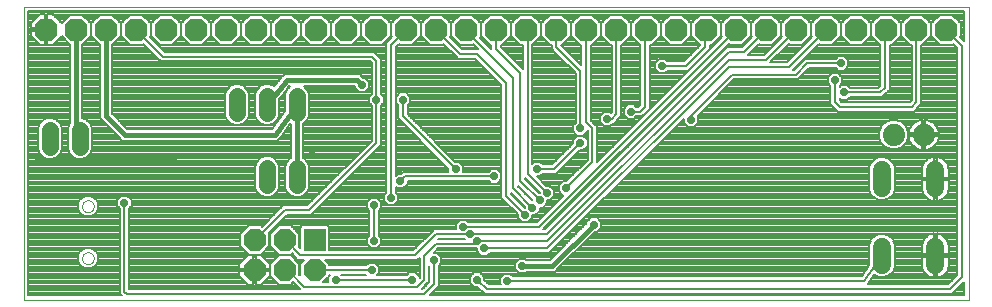
<source format=gbl>
G75*
G70*
%OFA0B0*%
%FSLAX24Y24*%
%IPPOS*%
%LPD*%
%AMOC8*
5,1,8,0,0,1.08239X$1,22.5*
%
%ADD10C,0.0000*%
%ADD11R,0.0740X0.0740*%
%ADD12OC8,0.0740*%
%ADD13C,0.0600*%
%ADD14C,0.0740*%
%ADD15OC8,0.0760*%
%ADD16C,0.0560*%
%ADD17OC8,0.0240*%
%ADD18C,0.0160*%
%ADD19C,0.0080*%
D10*
X000202Y000242D02*
X000202Y009992D01*
X031702Y009992D01*
X031702Y000242D01*
X000202Y000242D01*
X002148Y001626D02*
X002150Y001653D01*
X002156Y001680D01*
X002165Y001706D01*
X002178Y001730D01*
X002194Y001753D01*
X002213Y001772D01*
X002235Y001789D01*
X002259Y001803D01*
X002284Y001813D01*
X002311Y001820D01*
X002338Y001823D01*
X002366Y001822D01*
X002393Y001817D01*
X002419Y001809D01*
X002443Y001797D01*
X002466Y001781D01*
X002487Y001763D01*
X002504Y001742D01*
X002519Y001718D01*
X002530Y001693D01*
X002538Y001667D01*
X002542Y001640D01*
X002542Y001612D01*
X002538Y001585D01*
X002530Y001559D01*
X002519Y001534D01*
X002504Y001510D01*
X002487Y001489D01*
X002466Y001471D01*
X002444Y001455D01*
X002419Y001443D01*
X002393Y001435D01*
X002366Y001430D01*
X002338Y001429D01*
X002311Y001432D01*
X002284Y001439D01*
X002259Y001449D01*
X002235Y001463D01*
X002213Y001480D01*
X002194Y001499D01*
X002178Y001522D01*
X002165Y001546D01*
X002156Y001572D01*
X002150Y001599D01*
X002148Y001626D01*
X002148Y003358D02*
X002150Y003385D01*
X002156Y003412D01*
X002165Y003438D01*
X002178Y003462D01*
X002194Y003485D01*
X002213Y003504D01*
X002235Y003521D01*
X002259Y003535D01*
X002284Y003545D01*
X002311Y003552D01*
X002338Y003555D01*
X002366Y003554D01*
X002393Y003549D01*
X002419Y003541D01*
X002443Y003529D01*
X002466Y003513D01*
X002487Y003495D01*
X002504Y003474D01*
X002519Y003450D01*
X002530Y003425D01*
X002538Y003399D01*
X002542Y003372D01*
X002542Y003344D01*
X002538Y003317D01*
X002530Y003291D01*
X002519Y003266D01*
X002504Y003242D01*
X002487Y003221D01*
X002466Y003203D01*
X002444Y003187D01*
X002419Y003175D01*
X002393Y003167D01*
X002366Y003162D01*
X002338Y003161D01*
X002311Y003164D01*
X002284Y003171D01*
X002259Y003181D01*
X002235Y003195D01*
X002213Y003212D01*
X002194Y003231D01*
X002178Y003254D01*
X002165Y003278D01*
X002156Y003304D01*
X002150Y003331D01*
X002148Y003358D01*
D11*
X009902Y002232D03*
D12*
X008902Y002232D03*
X007902Y002232D03*
X007902Y001232D03*
X008902Y001232D03*
X009902Y001232D03*
D13*
X028812Y001412D02*
X028812Y002012D01*
X030592Y002012D02*
X030592Y001412D01*
X030592Y003972D02*
X030592Y004572D01*
X028812Y004572D02*
X028812Y003972D01*
D14*
X029202Y005742D03*
X030202Y005742D03*
D15*
X029952Y009242D03*
X030952Y009242D03*
X028952Y009242D03*
X027952Y009242D03*
X026952Y009242D03*
X025952Y009242D03*
X024952Y009242D03*
X023952Y009242D03*
X022952Y009242D03*
X021952Y009242D03*
X020952Y009242D03*
X019952Y009242D03*
X018952Y009242D03*
X017952Y009242D03*
X016952Y009242D03*
X015952Y009242D03*
X014952Y009242D03*
X013952Y009242D03*
X012952Y009242D03*
X011952Y009242D03*
X010952Y009242D03*
X009952Y009242D03*
X008952Y009242D03*
X007952Y009242D03*
X006952Y009242D03*
X005952Y009242D03*
X004952Y009242D03*
X003952Y009242D03*
X002952Y009242D03*
X001952Y009242D03*
X000952Y009242D03*
D16*
X007312Y007017D02*
X007312Y006457D01*
X008312Y006457D02*
X008312Y007017D01*
X009312Y007017D02*
X009312Y006457D01*
X009322Y004617D02*
X009322Y004057D01*
X008322Y004057D02*
X008322Y004617D01*
X002077Y005337D02*
X002077Y005897D01*
X001077Y005897D02*
X001077Y005337D01*
D17*
X000702Y004867D03*
X003562Y003472D03*
X005202Y004992D03*
X009827Y005242D03*
X012762Y004192D03*
X012442Y003632D03*
X011882Y003392D03*
X014842Y002672D03*
X015082Y002432D03*
X015322Y002192D03*
X015562Y001952D03*
X016827Y001367D03*
X015317Y000912D03*
X016327Y000867D03*
X013882Y001552D03*
X013162Y000912D03*
X011802Y001232D03*
X010602Y000912D03*
X011882Y002192D03*
X016922Y003072D03*
X017162Y003312D03*
X017402Y003552D03*
X017642Y003792D03*
X018282Y003952D03*
X017322Y004592D03*
X015882Y004352D03*
X014602Y004592D03*
X018762Y005472D03*
X018762Y005952D03*
X019642Y006272D03*
X020442Y006512D03*
X022452Y006242D03*
X027242Y007552D03*
X027562Y007152D03*
X027452Y008117D03*
X021482Y008032D03*
X012842Y006912D03*
X011962Y006912D03*
X011482Y007392D03*
X019202Y002742D03*
D18*
X017827Y001367D01*
X016827Y001367D01*
X009322Y004337D02*
X009322Y006727D01*
X009312Y006737D01*
X008567Y005742D01*
X003577Y005742D01*
X002952Y006367D01*
X002952Y009242D01*
X001952Y009242D02*
X001952Y005742D01*
X002077Y005617D01*
X000702Y004867D02*
X005077Y004867D01*
X005202Y004992D01*
X008312Y006737D02*
X008967Y007552D01*
X009642Y007552D01*
X011322Y007552D01*
X011482Y007392D01*
D19*
X011722Y007389D02*
X011802Y007389D01*
X011802Y007311D02*
X011722Y007311D01*
X011722Y007292D02*
X011722Y007491D01*
X011581Y007632D01*
X011524Y007632D01*
X011522Y007635D01*
X011404Y007752D01*
X009559Y007752D01*
X009037Y007752D01*
X009027Y007760D01*
X008956Y007752D01*
X008884Y007752D01*
X008875Y007743D01*
X008863Y007742D01*
X008817Y007686D01*
X008767Y007635D01*
X008767Y007622D01*
X008546Y007348D01*
X008538Y007356D01*
X008391Y007417D01*
X008232Y007417D01*
X008085Y007356D01*
X007972Y007243D01*
X007912Y007096D01*
X007912Y006377D01*
X007972Y006230D01*
X008085Y006118D01*
X008232Y006057D01*
X008391Y006057D01*
X008538Y006118D01*
X008651Y006230D01*
X008712Y006377D01*
X008712Y006915D01*
X008970Y007236D01*
X008912Y007096D01*
X008912Y006536D01*
X008466Y005942D01*
X003659Y005942D01*
X003152Y006450D01*
X003152Y008742D01*
X003159Y008742D01*
X003452Y009035D01*
X003744Y008742D01*
X004159Y008742D01*
X004192Y008775D01*
X004692Y008276D01*
X004785Y008182D01*
X011335Y008182D01*
X011745Y008182D01*
X011802Y008126D01*
X011802Y007091D01*
X011722Y007011D01*
X011722Y006812D01*
X011802Y006732D01*
X011802Y005538D01*
X009655Y003392D01*
X008855Y003392D01*
X008762Y003298D01*
X008145Y002681D01*
X008104Y002722D01*
X007699Y002722D01*
X007412Y002435D01*
X007412Y002029D01*
X007699Y001742D01*
X008104Y001742D01*
X008392Y002029D01*
X008392Y002435D01*
X008371Y002455D01*
X008988Y003072D01*
X009655Y003072D01*
X009788Y003072D01*
X012028Y005312D01*
X012122Y005406D01*
X012122Y006732D01*
X012202Y006812D01*
X012202Y007011D01*
X012122Y007091D01*
X012122Y008126D01*
X012122Y008258D01*
X011972Y008408D01*
X011878Y008502D01*
X011335Y008502D01*
X004918Y008502D01*
X004418Y009001D01*
X004452Y009035D01*
X004744Y008742D01*
X005159Y008742D01*
X005452Y009035D01*
X005744Y008742D01*
X006159Y008742D01*
X006452Y009035D01*
X006744Y008742D01*
X007159Y008742D01*
X007452Y009035D01*
X007744Y008742D01*
X008159Y008742D01*
X008452Y009035D01*
X008744Y008742D01*
X009159Y008742D01*
X009452Y009035D01*
X009744Y008742D01*
X010159Y008742D01*
X010452Y009035D01*
X010744Y008742D01*
X011159Y008742D01*
X011452Y009035D01*
X011744Y008742D01*
X012159Y008742D01*
X012452Y009035D01*
X012485Y009001D01*
X012375Y008892D01*
X012282Y008798D01*
X012282Y003811D01*
X012202Y003731D01*
X012202Y003532D01*
X012342Y003392D01*
X012541Y003392D01*
X012682Y003532D01*
X012682Y003731D01*
X012602Y003811D01*
X012602Y004013D01*
X012662Y003952D01*
X012861Y003952D01*
X013002Y004092D01*
X013002Y004192D01*
X015702Y004192D01*
X015782Y004112D01*
X015981Y004112D01*
X016122Y004252D01*
X016122Y004451D01*
X015981Y004592D01*
X015782Y004592D01*
X015702Y004512D01*
X014842Y004512D01*
X014842Y004691D01*
X014701Y004832D01*
X014588Y004832D01*
X013002Y006418D01*
X013002Y006732D01*
X013082Y006812D01*
X013082Y007011D01*
X012941Y007152D01*
X012742Y007152D01*
X012602Y007011D01*
X012602Y006812D01*
X012682Y006732D01*
X012682Y006286D01*
X012775Y006192D01*
X014362Y004606D01*
X014362Y004512D01*
X012988Y004512D01*
X012855Y004512D01*
X012775Y004432D01*
X012662Y004432D01*
X012602Y004371D01*
X012602Y008666D01*
X012711Y008775D01*
X012744Y008742D01*
X013159Y008742D01*
X013452Y009035D01*
X013744Y008742D01*
X014159Y008742D01*
X014192Y008775D01*
X014602Y008366D01*
X014695Y008272D01*
X015255Y008272D01*
X016122Y007406D01*
X016122Y003778D01*
X016122Y003646D01*
X016682Y003086D01*
X016682Y002972D01*
X016822Y002832D01*
X017021Y002832D01*
X017162Y002972D01*
X017162Y003072D01*
X017261Y003072D01*
X017402Y003212D01*
X017402Y003312D01*
X017501Y003312D01*
X017642Y003452D01*
X017642Y003552D01*
X017741Y003552D01*
X017882Y003692D01*
X017882Y003891D01*
X017741Y004032D01*
X017628Y004032D01*
X017308Y004352D01*
X017421Y004352D01*
X017501Y004432D01*
X017815Y004432D01*
X017948Y004432D01*
X018748Y005232D01*
X018861Y005232D01*
X019002Y005372D01*
X019002Y005571D01*
X018861Y005712D01*
X019002Y005852D01*
X019002Y005886D01*
X019002Y004898D01*
X018295Y004192D01*
X018182Y004192D01*
X018042Y004051D01*
X018042Y003852D01*
X018182Y003712D01*
X018195Y003712D01*
X017315Y002832D01*
X015021Y002832D01*
X014941Y002912D01*
X014742Y002912D01*
X014602Y002771D01*
X014602Y002592D01*
X013895Y002592D01*
X013802Y002498D01*
X013195Y001892D01*
X010392Y001892D01*
X010392Y002652D01*
X010321Y002722D01*
X009482Y002722D01*
X009412Y002652D01*
X009412Y001963D01*
X009371Y002009D01*
X009392Y002029D01*
X009392Y002435D01*
X009104Y002722D01*
X008699Y002722D01*
X008412Y002435D01*
X008412Y002029D01*
X008699Y001742D01*
X009104Y001742D01*
X009144Y001782D01*
X009242Y001671D01*
X009242Y001666D01*
X009285Y001622D01*
X009325Y001576D01*
X009331Y001576D01*
X009335Y001572D01*
X009396Y001572D01*
X009458Y001568D01*
X009462Y001572D01*
X009549Y001572D01*
X009412Y001435D01*
X009412Y001048D01*
X009392Y001068D01*
X009392Y001435D01*
X009104Y001722D01*
X008699Y001722D01*
X008412Y001435D01*
X008412Y001029D01*
X008699Y000742D01*
X009104Y000742D01*
X009185Y000822D01*
X009402Y000606D01*
X009415Y000592D01*
X003722Y000592D01*
X003722Y003292D01*
X003802Y003372D01*
X003802Y003571D01*
X003661Y003712D01*
X003462Y003712D01*
X003322Y003571D01*
X003322Y003372D01*
X003402Y003292D01*
X003402Y000446D01*
X003465Y000382D01*
X000342Y000382D01*
X000342Y009852D01*
X031562Y009852D01*
X031562Y008858D01*
X031418Y009001D01*
X031452Y009035D01*
X031452Y009449D01*
X031159Y009742D01*
X030744Y009742D01*
X030452Y009449D01*
X030452Y009035D01*
X030744Y008742D01*
X031159Y008742D01*
X031192Y008775D01*
X031322Y008646D01*
X031322Y001058D01*
X031015Y000752D01*
X028668Y000752D01*
X028331Y000752D01*
X028339Y000763D01*
X028377Y000801D01*
X028377Y000816D01*
X028557Y001073D01*
X028574Y001056D01*
X028728Y000992D01*
X028895Y000992D01*
X029049Y001056D01*
X029168Y001174D01*
X029232Y001328D01*
X029232Y002095D01*
X029168Y002250D01*
X029049Y002368D01*
X028895Y002432D01*
X028728Y002432D01*
X028574Y002368D01*
X028456Y002250D01*
X028392Y002095D01*
X028392Y001393D01*
X028134Y001027D01*
X016505Y001027D01*
X016506Y001027D02*
X016426Y001107D01*
X016227Y001107D01*
X016087Y000966D01*
X016087Y000767D01*
X016102Y000752D01*
X015703Y000752D01*
X015557Y000898D01*
X015557Y001011D01*
X015416Y001152D01*
X015217Y001152D01*
X015077Y001011D01*
X015077Y000812D01*
X015217Y000672D01*
X015330Y000672D01*
X015570Y000432D01*
X015703Y000432D01*
X028668Y000432D01*
X031015Y000432D01*
X031148Y000432D01*
X031548Y000832D01*
X031562Y000846D01*
X031562Y000382D01*
X013738Y000382D01*
X014042Y000686D01*
X014042Y000818D01*
X014042Y001372D01*
X014122Y001452D01*
X014122Y001651D01*
X013981Y001792D01*
X013868Y001792D01*
X014028Y001952D01*
X015175Y001952D01*
X015308Y001952D01*
X015322Y001952D01*
X015322Y001852D01*
X015462Y001712D01*
X015661Y001712D01*
X015741Y001792D01*
X017595Y001792D01*
X017728Y001792D01*
X022212Y006276D01*
X022212Y006142D01*
X022352Y006002D01*
X022551Y006002D01*
X022692Y006142D01*
X022692Y006341D01*
X022672Y006361D01*
X023893Y007582D01*
X025885Y007582D01*
X026018Y007582D01*
X026393Y007957D01*
X027272Y007957D01*
X027352Y007877D01*
X027551Y007877D01*
X027692Y008017D01*
X027692Y008216D01*
X027551Y008357D01*
X027352Y008357D01*
X027272Y008277D01*
X026260Y008277D01*
X026167Y008183D01*
X025885Y007902D01*
X025838Y007902D01*
X026711Y008775D01*
X026744Y008742D01*
X027159Y008742D01*
X027452Y009035D01*
X027744Y008742D01*
X028159Y008742D01*
X028452Y009035D01*
X028744Y008742D01*
X028762Y008742D01*
X028762Y007378D01*
X028695Y007312D01*
X027741Y007312D01*
X027661Y007392D01*
X027462Y007392D01*
X027402Y007331D01*
X027402Y007372D01*
X027482Y007452D01*
X027482Y007651D01*
X027341Y007792D01*
X027142Y007792D01*
X027002Y007651D01*
X027002Y007452D01*
X027082Y007372D01*
X027082Y006898D01*
X027082Y006766D01*
X027242Y006606D01*
X027335Y006512D01*
X029735Y006512D01*
X029868Y006512D01*
X030028Y006672D01*
X030122Y006766D01*
X030122Y008742D01*
X030159Y008742D01*
X030452Y009035D01*
X030452Y009449D01*
X030159Y009742D01*
X029744Y009742D01*
X029452Y009449D01*
X029452Y009035D01*
X029744Y008742D01*
X029802Y008742D01*
X029802Y006898D01*
X029735Y006832D01*
X027468Y006832D01*
X027402Y006898D01*
X027402Y006973D01*
X027462Y006912D01*
X027661Y006912D01*
X027741Y006992D01*
X028695Y006992D01*
X028828Y006992D01*
X028988Y007152D01*
X029082Y007246D01*
X029082Y008742D01*
X029159Y008742D01*
X029452Y009035D01*
X029452Y009449D01*
X029159Y009742D01*
X028744Y009742D01*
X028452Y009449D01*
X028452Y009035D01*
X028452Y009449D01*
X028159Y009742D01*
X027744Y009742D01*
X027452Y009449D01*
X027452Y009035D01*
X027452Y009449D01*
X027159Y009742D01*
X026744Y009742D01*
X026452Y009449D01*
X026452Y009035D01*
X026485Y009001D01*
X025635Y008152D01*
X025088Y008152D01*
X025711Y008775D01*
X025744Y008742D01*
X026159Y008742D01*
X026452Y009035D01*
X026452Y009449D01*
X026159Y009742D01*
X025744Y009742D01*
X025452Y009449D01*
X025452Y009035D01*
X025485Y009001D01*
X024885Y008402D01*
X024385Y008402D01*
X024338Y008402D01*
X024711Y008775D01*
X024744Y008742D01*
X025159Y008742D01*
X025452Y009035D01*
X025452Y009449D01*
X025159Y009742D01*
X024744Y009742D01*
X024452Y009449D01*
X024452Y009035D01*
X024485Y009001D01*
X024135Y008652D01*
X023635Y008652D01*
X023542Y008558D01*
X017575Y002592D01*
X017528Y002592D01*
X023711Y008775D01*
X023744Y008742D01*
X024159Y008742D01*
X024452Y009035D01*
X024452Y009449D01*
X024159Y009742D01*
X023744Y009742D01*
X023452Y009449D01*
X023452Y009035D01*
X023485Y009001D01*
X019322Y004838D01*
X019322Y004898D01*
X019322Y006018D01*
X019228Y006112D01*
X019112Y006228D01*
X019112Y008742D01*
X019159Y008742D01*
X019452Y009035D01*
X019744Y008742D01*
X019802Y008742D01*
X019802Y006498D01*
X019778Y006475D01*
X019741Y006512D01*
X019542Y006512D01*
X019402Y006371D01*
X019402Y006172D01*
X019542Y006032D01*
X019741Y006032D01*
X019821Y006112D01*
X019868Y006112D01*
X020028Y006272D01*
X020122Y006366D01*
X020122Y008742D01*
X020159Y008742D01*
X020452Y009035D01*
X020744Y008742D01*
X020762Y008742D01*
X020762Y006738D01*
X020695Y006672D01*
X020621Y006672D01*
X020541Y006752D01*
X020342Y006752D01*
X020202Y006611D01*
X020202Y006412D01*
X020342Y006272D01*
X020541Y006272D01*
X020621Y006352D01*
X020695Y006352D01*
X020828Y006352D01*
X020988Y006512D01*
X021082Y006606D01*
X021082Y008742D01*
X021159Y008742D01*
X021452Y009035D01*
X021744Y008742D01*
X022159Y008742D01*
X022452Y009035D01*
X022744Y008742D01*
X022762Y008742D01*
X022762Y008738D01*
X022215Y008192D01*
X021661Y008192D01*
X021581Y008272D01*
X021382Y008272D01*
X021242Y008131D01*
X021242Y007932D01*
X021382Y007792D01*
X021581Y007792D01*
X021661Y007872D01*
X022215Y007872D01*
X022348Y007872D01*
X022988Y008512D01*
X023082Y008606D01*
X023082Y008742D01*
X023159Y008742D01*
X023452Y009035D01*
X023452Y009449D01*
X023159Y009742D01*
X022744Y009742D01*
X022452Y009449D01*
X022452Y009035D01*
X022452Y009449D01*
X022159Y009742D01*
X021744Y009742D01*
X021452Y009449D01*
X021452Y009035D01*
X021452Y009449D01*
X021159Y009742D01*
X020744Y009742D01*
X020452Y009449D01*
X020452Y009035D01*
X020452Y009449D01*
X020159Y009742D01*
X019744Y009742D01*
X019452Y009449D01*
X019452Y009035D01*
X019452Y009449D01*
X019159Y009742D01*
X018744Y009742D01*
X018452Y009449D01*
X018452Y009035D01*
X018744Y008742D01*
X018792Y008742D01*
X018792Y008068D01*
X018122Y008738D01*
X018122Y008742D01*
X018159Y008742D01*
X018452Y009035D01*
X018452Y009449D01*
X018159Y009742D01*
X017744Y009742D01*
X017452Y009449D01*
X017452Y009035D01*
X017744Y008742D01*
X017802Y008742D01*
X017802Y008606D01*
X017895Y008512D01*
X018602Y007806D01*
X018602Y006131D01*
X018522Y006051D01*
X018522Y005852D01*
X018662Y005712D01*
X018522Y005571D01*
X018522Y005458D01*
X017815Y004752D01*
X017501Y004752D01*
X017421Y004832D01*
X017222Y004832D01*
X017162Y004771D01*
X017162Y008745D01*
X017452Y009035D01*
X017452Y009449D01*
X017159Y009742D01*
X016744Y009742D01*
X016452Y009449D01*
X016452Y009035D01*
X016744Y008742D01*
X016842Y008742D01*
X016842Y007938D01*
X016828Y007952D01*
X016112Y008668D01*
X016112Y008742D01*
X016159Y008742D01*
X016452Y009035D01*
X016452Y009449D01*
X016159Y009742D01*
X015744Y009742D01*
X015452Y009449D01*
X015452Y009035D01*
X015744Y008742D01*
X015792Y008742D01*
X015792Y008668D01*
X015792Y008588D01*
X015398Y008981D01*
X015452Y009035D01*
X015452Y009449D01*
X015159Y009742D01*
X014744Y009742D01*
X014452Y009449D01*
X014452Y009035D01*
X014744Y008742D01*
X015159Y008742D01*
X015172Y008755D01*
X015335Y008592D01*
X015255Y008592D01*
X014828Y008592D01*
X014418Y009001D01*
X014452Y009035D01*
X014452Y009449D01*
X014159Y009742D01*
X013744Y009742D01*
X013452Y009449D01*
X013452Y009035D01*
X013452Y009449D01*
X013159Y009742D01*
X012744Y009742D01*
X012452Y009449D01*
X012452Y009035D01*
X012452Y009449D01*
X012159Y009742D01*
X011744Y009742D01*
X011452Y009449D01*
X011452Y009035D01*
X011452Y009449D01*
X011159Y009742D01*
X010744Y009742D01*
X010452Y009449D01*
X010452Y009035D01*
X010452Y009449D01*
X010159Y009742D01*
X009744Y009742D01*
X009452Y009449D01*
X009452Y009035D01*
X009452Y009449D01*
X009159Y009742D01*
X008744Y009742D01*
X008452Y009449D01*
X008452Y009035D01*
X008452Y009449D01*
X008159Y009742D01*
X007744Y009742D01*
X007452Y009449D01*
X007452Y009035D01*
X007452Y009449D01*
X007159Y009742D01*
X006744Y009742D01*
X006452Y009449D01*
X006452Y009035D01*
X006452Y009449D01*
X006159Y009742D01*
X005744Y009742D01*
X005452Y009449D01*
X005452Y009035D01*
X005452Y009449D01*
X005159Y009742D01*
X004744Y009742D01*
X004452Y009449D01*
X004452Y009035D01*
X004452Y009449D01*
X004159Y009742D01*
X003744Y009742D01*
X003452Y009449D01*
X003452Y009035D01*
X003452Y009449D01*
X003159Y009742D01*
X002744Y009742D01*
X002452Y009449D01*
X002452Y009035D01*
X002744Y008742D01*
X002752Y008742D01*
X002752Y006450D01*
X002752Y006284D01*
X003377Y005659D01*
X003494Y005542D01*
X008500Y005542D01*
X008513Y005532D01*
X008581Y005542D01*
X008649Y005542D01*
X008661Y005553D01*
X008677Y005556D01*
X008718Y005611D01*
X008767Y005659D01*
X008767Y005675D01*
X009095Y006114D01*
X009122Y006103D01*
X009122Y004967D01*
X009095Y004956D01*
X008982Y004843D01*
X008922Y004696D01*
X008922Y003977D01*
X008982Y003830D01*
X009095Y003718D01*
X009242Y003657D01*
X009401Y003657D01*
X009548Y003718D01*
X009661Y003830D01*
X009722Y003977D01*
X009722Y004696D01*
X009661Y004843D01*
X009548Y004956D01*
X009522Y004967D01*
X009522Y006111D01*
X009538Y006118D01*
X009651Y006230D01*
X009712Y006377D01*
X009712Y007096D01*
X009651Y007243D01*
X009542Y007352D01*
X009559Y007352D01*
X011239Y007352D01*
X011242Y007349D01*
X011242Y007292D01*
X011382Y007152D01*
X011581Y007152D01*
X011722Y007292D01*
X011661Y007232D02*
X011802Y007232D01*
X011802Y007154D02*
X011583Y007154D01*
X011380Y007154D02*
X009688Y007154D01*
X009712Y007075D02*
X011785Y007075D01*
X011722Y006997D02*
X009712Y006997D01*
X009712Y006918D02*
X011722Y006918D01*
X011722Y006840D02*
X009712Y006840D01*
X009712Y006761D02*
X011773Y006761D01*
X011802Y006682D02*
X009712Y006682D01*
X009712Y006604D02*
X011802Y006604D01*
X011802Y006525D02*
X009712Y006525D01*
X009712Y006447D02*
X011802Y006447D01*
X011802Y006368D02*
X009708Y006368D01*
X009675Y006290D02*
X011802Y006290D01*
X011802Y006211D02*
X009632Y006211D01*
X009553Y006133D02*
X011802Y006133D01*
X011802Y006054D02*
X009522Y006054D01*
X009522Y005976D02*
X011802Y005976D01*
X011802Y005897D02*
X009522Y005897D01*
X009522Y005818D02*
X011802Y005818D01*
X011802Y005740D02*
X009522Y005740D01*
X009522Y005661D02*
X011802Y005661D01*
X011802Y005583D02*
X009522Y005583D01*
X009522Y005504D02*
X011768Y005504D01*
X011689Y005426D02*
X009522Y005426D01*
X009522Y005347D02*
X011611Y005347D01*
X011532Y005269D02*
X009522Y005269D01*
X009522Y005190D02*
X011454Y005190D01*
X011375Y005112D02*
X009522Y005112D01*
X009522Y005033D02*
X011296Y005033D01*
X011218Y004954D02*
X009550Y004954D01*
X009628Y004876D02*
X011139Y004876D01*
X011061Y004797D02*
X009680Y004797D01*
X009712Y004719D02*
X010982Y004719D01*
X010904Y004640D02*
X009722Y004640D01*
X009722Y004562D02*
X010825Y004562D01*
X010747Y004483D02*
X009722Y004483D01*
X009722Y004405D02*
X010668Y004405D01*
X010590Y004326D02*
X009722Y004326D01*
X009722Y004248D02*
X010511Y004248D01*
X010432Y004169D02*
X009722Y004169D01*
X009722Y004091D02*
X010354Y004091D01*
X010275Y004012D02*
X009722Y004012D01*
X009703Y003933D02*
X010197Y003933D01*
X010118Y003855D02*
X009671Y003855D01*
X009607Y003776D02*
X010040Y003776D01*
X009961Y003698D02*
X009500Y003698D01*
X009804Y003541D02*
X003802Y003541D01*
X003802Y003462D02*
X009726Y003462D01*
X009883Y003619D02*
X003754Y003619D01*
X003675Y003698D02*
X008143Y003698D01*
X008095Y003718D02*
X008242Y003657D01*
X008401Y003657D01*
X008548Y003718D01*
X008661Y003830D01*
X008722Y003977D01*
X008722Y004696D01*
X008661Y004843D01*
X008548Y004956D01*
X008401Y005017D01*
X008242Y005017D01*
X008095Y004956D01*
X007982Y004843D01*
X007922Y004696D01*
X007922Y003977D01*
X007982Y003830D01*
X008095Y003718D01*
X008036Y003776D02*
X000342Y003776D01*
X000342Y003698D02*
X003448Y003698D01*
X003370Y003619D02*
X002560Y003619D01*
X002536Y003644D02*
X002631Y003549D01*
X002682Y003425D01*
X002682Y003291D01*
X002631Y003167D01*
X002536Y003072D01*
X002412Y003021D01*
X002278Y003021D01*
X002154Y003072D01*
X002060Y003167D01*
X002008Y003291D01*
X002008Y003425D01*
X002060Y003549D01*
X002154Y003644D01*
X002278Y003695D01*
X002412Y003695D01*
X002536Y003644D01*
X002634Y003541D02*
X003322Y003541D01*
X003322Y003462D02*
X002667Y003462D01*
X002682Y003384D02*
X003322Y003384D01*
X003389Y003305D02*
X002682Y003305D01*
X002655Y003227D02*
X003402Y003227D01*
X003402Y003148D02*
X002612Y003148D01*
X002529Y003069D02*
X003402Y003069D01*
X003402Y002991D02*
X000342Y002991D01*
X000342Y003069D02*
X002162Y003069D01*
X002079Y003148D02*
X000342Y003148D01*
X000342Y003227D02*
X002035Y003227D01*
X002008Y003305D02*
X000342Y003305D01*
X000342Y003384D02*
X002008Y003384D01*
X002024Y003462D02*
X000342Y003462D01*
X000342Y003541D02*
X002056Y003541D01*
X002130Y003619D02*
X000342Y003619D01*
X000342Y003855D02*
X007972Y003855D01*
X007940Y003933D02*
X000342Y003933D01*
X000342Y004012D02*
X007922Y004012D01*
X007922Y004091D02*
X000342Y004091D01*
X000342Y004169D02*
X007922Y004169D01*
X007922Y004248D02*
X000342Y004248D01*
X000342Y004326D02*
X007922Y004326D01*
X007922Y004405D02*
X000342Y004405D01*
X000342Y004483D02*
X007922Y004483D01*
X007922Y004562D02*
X000342Y004562D01*
X000342Y004640D02*
X007922Y004640D01*
X007931Y004719D02*
X000342Y004719D01*
X000342Y004797D02*
X007963Y004797D01*
X008015Y004876D02*
X000342Y004876D01*
X000342Y004954D02*
X000954Y004954D01*
X000997Y004937D02*
X000850Y004998D01*
X000737Y005110D01*
X000677Y005257D01*
X000677Y005976D01*
X000342Y005976D01*
X000342Y006054D02*
X000709Y006054D01*
X000737Y006123D02*
X000677Y005976D01*
X000677Y005897D02*
X000342Y005897D01*
X000342Y005818D02*
X000677Y005818D01*
X000677Y005740D02*
X000342Y005740D01*
X000342Y005661D02*
X000677Y005661D01*
X000677Y005583D02*
X000342Y005583D01*
X000342Y005504D02*
X000677Y005504D01*
X000677Y005426D02*
X000342Y005426D01*
X000342Y005347D02*
X000677Y005347D01*
X000677Y005269D02*
X000342Y005269D01*
X000342Y005190D02*
X000704Y005190D01*
X000737Y005112D02*
X000342Y005112D01*
X000342Y005033D02*
X000815Y005033D01*
X000997Y004937D02*
X001156Y004937D01*
X001303Y004998D01*
X001416Y005110D01*
X001477Y005257D01*
X001477Y005976D01*
X001677Y005976D01*
X001677Y005257D01*
X001737Y005110D01*
X001850Y004998D01*
X001997Y004937D01*
X002156Y004937D01*
X002303Y004998D01*
X002416Y005110D01*
X002477Y005257D01*
X002477Y005976D01*
X003060Y005976D01*
X002981Y006054D02*
X002444Y006054D01*
X002416Y006123D02*
X002303Y006236D01*
X002156Y006297D01*
X002152Y006297D01*
X002152Y008742D01*
X002159Y008742D01*
X002452Y009035D01*
X002452Y009449D01*
X002159Y009742D01*
X001744Y009742D01*
X001466Y009463D01*
X001167Y009762D01*
X000991Y009762D01*
X000991Y009282D01*
X000912Y009282D01*
X000912Y009762D01*
X000736Y009762D01*
X000432Y009457D01*
X000432Y009282D01*
X000911Y009282D01*
X000911Y009202D01*
X000432Y009202D01*
X000432Y009026D01*
X000736Y008722D01*
X000912Y008722D01*
X000912Y009202D01*
X000991Y009202D01*
X000991Y008722D01*
X001167Y008722D01*
X001466Y009021D01*
X001744Y008742D01*
X001752Y008742D01*
X001752Y006138D01*
X001737Y006123D01*
X001677Y005976D01*
X001677Y005897D02*
X001477Y005897D01*
X001477Y005818D02*
X001677Y005818D01*
X001677Y005740D02*
X001477Y005740D01*
X001477Y005661D02*
X001677Y005661D01*
X001677Y005583D02*
X001477Y005583D01*
X001477Y005504D02*
X001677Y005504D01*
X001677Y005426D02*
X001477Y005426D01*
X001477Y005347D02*
X001677Y005347D01*
X001677Y005269D02*
X001477Y005269D01*
X001449Y005190D02*
X001704Y005190D01*
X001737Y005112D02*
X001416Y005112D01*
X001338Y005033D02*
X001815Y005033D01*
X001954Y004954D02*
X001199Y004954D01*
X002199Y004954D02*
X008094Y004954D01*
X008550Y004954D02*
X009094Y004954D01*
X009122Y005033D02*
X002338Y005033D01*
X002416Y005112D02*
X009122Y005112D01*
X009122Y005190D02*
X002449Y005190D01*
X002477Y005269D02*
X009122Y005269D01*
X009122Y005347D02*
X002477Y005347D01*
X002477Y005426D02*
X009122Y005426D01*
X009122Y005504D02*
X002477Y005504D01*
X002477Y005583D02*
X003453Y005583D01*
X003374Y005661D02*
X002477Y005661D01*
X002477Y005740D02*
X003296Y005740D01*
X003217Y005818D02*
X002477Y005818D01*
X002477Y005897D02*
X003139Y005897D01*
X002903Y006133D02*
X002406Y006133D01*
X002416Y006123D02*
X002477Y005976D01*
X002328Y006211D02*
X002824Y006211D01*
X002752Y006290D02*
X002173Y006290D01*
X002152Y006368D02*
X002752Y006368D01*
X002752Y006447D02*
X002152Y006447D01*
X002152Y006525D02*
X002752Y006525D01*
X002752Y006604D02*
X002152Y006604D01*
X002152Y006682D02*
X002752Y006682D01*
X002752Y006761D02*
X002152Y006761D01*
X002152Y006840D02*
X002752Y006840D01*
X002752Y006918D02*
X002152Y006918D01*
X002152Y006997D02*
X002752Y006997D01*
X002752Y007075D02*
X002152Y007075D01*
X002152Y007154D02*
X002752Y007154D01*
X002752Y007232D02*
X002152Y007232D01*
X002152Y007311D02*
X002752Y007311D01*
X002752Y007389D02*
X002152Y007389D01*
X002152Y007468D02*
X002752Y007468D01*
X002752Y007546D02*
X002152Y007546D01*
X002152Y007625D02*
X002752Y007625D01*
X002752Y007704D02*
X002152Y007704D01*
X002152Y007782D02*
X002752Y007782D01*
X002752Y007861D02*
X002152Y007861D01*
X002152Y007939D02*
X002752Y007939D01*
X002752Y008018D02*
X002152Y008018D01*
X002152Y008096D02*
X002752Y008096D01*
X002752Y008175D02*
X002152Y008175D01*
X002152Y008253D02*
X002752Y008253D01*
X002752Y008332D02*
X002152Y008332D01*
X002152Y008410D02*
X002752Y008410D01*
X002752Y008489D02*
X002152Y008489D01*
X002152Y008567D02*
X002752Y008567D01*
X002752Y008646D02*
X002152Y008646D01*
X002152Y008725D02*
X002752Y008725D01*
X002683Y008803D02*
X002220Y008803D01*
X002298Y008882D02*
X002605Y008882D01*
X002526Y008960D02*
X002377Y008960D01*
X002452Y009039D02*
X002452Y009039D01*
X002452Y009117D02*
X002452Y009117D01*
X002452Y009196D02*
X002452Y009196D01*
X002452Y009274D02*
X002452Y009274D01*
X002452Y009353D02*
X002452Y009353D01*
X002452Y009431D02*
X002452Y009431D01*
X002391Y009510D02*
X002513Y009510D01*
X002591Y009589D02*
X002312Y009589D01*
X002233Y009667D02*
X002670Y009667D01*
X003233Y009667D02*
X003670Y009667D01*
X003591Y009589D02*
X003312Y009589D01*
X003391Y009510D02*
X003513Y009510D01*
X003452Y009431D02*
X003452Y009431D01*
X003452Y009353D02*
X003452Y009353D01*
X003452Y009274D02*
X003452Y009274D01*
X003452Y009196D02*
X003452Y009196D01*
X003452Y009117D02*
X003452Y009117D01*
X003452Y009039D02*
X003452Y009039D01*
X003377Y008960D02*
X003526Y008960D01*
X003605Y008882D02*
X003298Y008882D01*
X003220Y008803D02*
X003683Y008803D01*
X003152Y008725D02*
X004243Y008725D01*
X004321Y008646D02*
X003152Y008646D01*
X003152Y008567D02*
X004400Y008567D01*
X004478Y008489D02*
X003152Y008489D01*
X003152Y008410D02*
X004557Y008410D01*
X004635Y008332D02*
X003152Y008332D01*
X003152Y008253D02*
X004714Y008253D01*
X004852Y008342D02*
X011402Y008342D01*
X011812Y008342D01*
X011962Y008192D01*
X011962Y006912D01*
X011962Y005472D01*
X009722Y003232D01*
X008922Y003232D01*
X007922Y002232D01*
X007902Y002232D01*
X007412Y002205D02*
X003722Y002205D01*
X003722Y002127D02*
X007412Y002127D01*
X007412Y002048D02*
X003722Y002048D01*
X003722Y001970D02*
X007471Y001970D01*
X007549Y001891D02*
X003722Y001891D01*
X003722Y001813D02*
X007628Y001813D01*
X007690Y001742D02*
X007392Y001443D01*
X007392Y001272D01*
X007861Y001272D01*
X007861Y001192D01*
X007392Y001192D01*
X007392Y001021D01*
X007690Y000722D01*
X007862Y000722D01*
X007862Y001192D01*
X007941Y001192D01*
X007941Y000722D01*
X008113Y000722D01*
X008412Y001021D01*
X008412Y001192D01*
X007942Y001192D01*
X007942Y001272D01*
X008412Y001272D01*
X008412Y001443D01*
X008113Y001742D01*
X007941Y001742D01*
X007941Y001272D01*
X007862Y001272D01*
X007862Y001742D01*
X007690Y001742D01*
X007683Y001734D02*
X003722Y001734D01*
X003722Y001656D02*
X007604Y001656D01*
X007526Y001577D02*
X003722Y001577D01*
X003722Y001499D02*
X007447Y001499D01*
X007392Y001420D02*
X003722Y001420D01*
X003722Y001341D02*
X007392Y001341D01*
X007392Y001184D02*
X003722Y001184D01*
X003722Y001106D02*
X007392Y001106D01*
X007392Y001027D02*
X003722Y001027D01*
X003722Y000949D02*
X007463Y000949D01*
X007542Y000870D02*
X003722Y000870D01*
X003722Y000792D02*
X007621Y000792D01*
X007862Y000792D02*
X007941Y000792D01*
X007941Y000870D02*
X007862Y000870D01*
X007862Y000949D02*
X007941Y000949D01*
X007941Y001027D02*
X007862Y001027D01*
X007862Y001106D02*
X007941Y001106D01*
X007941Y001184D02*
X007862Y001184D01*
X007861Y001263D02*
X003722Y001263D01*
X003402Y001263D02*
X000342Y001263D01*
X000342Y001341D02*
X002153Y001341D01*
X002154Y001340D02*
X002278Y001289D01*
X002412Y001289D01*
X002536Y001340D01*
X002631Y001435D01*
X002682Y001559D01*
X002682Y001693D01*
X002631Y001817D01*
X002536Y001911D01*
X002412Y001963D01*
X002278Y001963D01*
X002154Y001911D01*
X002060Y001817D01*
X002008Y001693D01*
X002008Y001559D01*
X002060Y001435D01*
X002154Y001340D01*
X002075Y001420D02*
X000342Y001420D01*
X000342Y001499D02*
X002033Y001499D01*
X002008Y001577D02*
X000342Y001577D01*
X000342Y001656D02*
X002008Y001656D01*
X002026Y001734D02*
X000342Y001734D01*
X000342Y001813D02*
X002058Y001813D01*
X002134Y001891D02*
X000342Y001891D01*
X000342Y001970D02*
X003402Y001970D01*
X003402Y002048D02*
X000342Y002048D01*
X000342Y002127D02*
X003402Y002127D01*
X003402Y002205D02*
X000342Y002205D01*
X000342Y002284D02*
X003402Y002284D01*
X003402Y002363D02*
X000342Y002363D01*
X000342Y002441D02*
X003402Y002441D01*
X003402Y002520D02*
X000342Y002520D01*
X000342Y002598D02*
X003402Y002598D01*
X003402Y002677D02*
X000342Y002677D01*
X000342Y002755D02*
X003402Y002755D01*
X003402Y002834D02*
X000342Y002834D01*
X000342Y002912D02*
X003402Y002912D01*
X003722Y002912D02*
X008376Y002912D01*
X008297Y002834D02*
X003722Y002834D01*
X003722Y002755D02*
X008219Y002755D01*
X008593Y002677D02*
X008654Y002677D01*
X008671Y002755D02*
X011722Y002755D01*
X011722Y002677D02*
X010366Y002677D01*
X010392Y002598D02*
X011722Y002598D01*
X011722Y002520D02*
X010392Y002520D01*
X010392Y002441D02*
X011722Y002441D01*
X011722Y002371D02*
X011642Y002291D01*
X011642Y002092D01*
X011782Y001952D01*
X011981Y001952D01*
X012122Y002092D01*
X012122Y002291D01*
X012042Y002371D01*
X012042Y003212D01*
X012122Y003292D01*
X012122Y003491D01*
X011981Y003632D01*
X011782Y003632D01*
X011642Y003491D01*
X011642Y003292D01*
X011722Y003212D01*
X011722Y002371D01*
X011713Y002363D02*
X010392Y002363D01*
X010392Y002284D02*
X011642Y002284D01*
X011642Y002205D02*
X010392Y002205D01*
X010392Y002127D02*
X011642Y002127D01*
X011686Y002048D02*
X010392Y002048D01*
X010392Y001970D02*
X011764Y001970D01*
X011999Y001970D02*
X013273Y001970D01*
X013352Y002048D02*
X012077Y002048D01*
X012122Y002127D02*
X013430Y002127D01*
X013509Y002205D02*
X012122Y002205D01*
X012122Y002284D02*
X013587Y002284D01*
X013666Y002363D02*
X012050Y002363D01*
X012042Y002441D02*
X013745Y002441D01*
X013823Y002520D02*
X012042Y002520D01*
X012042Y002598D02*
X014602Y002598D01*
X014602Y002677D02*
X012042Y002677D01*
X012042Y002755D02*
X014602Y002755D01*
X014664Y002834D02*
X012042Y002834D01*
X012042Y002912D02*
X016742Y002912D01*
X016682Y002991D02*
X012042Y002991D01*
X012042Y003069D02*
X016682Y003069D01*
X016619Y003148D02*
X012042Y003148D01*
X012056Y003227D02*
X016541Y003227D01*
X016462Y003305D02*
X012122Y003305D01*
X012122Y003384D02*
X016384Y003384D01*
X016305Y003462D02*
X012611Y003462D01*
X012682Y003541D02*
X016226Y003541D01*
X016148Y003619D02*
X012682Y003619D01*
X012682Y003698D02*
X016122Y003698D01*
X016122Y003776D02*
X012636Y003776D01*
X012602Y003855D02*
X016122Y003855D01*
X016122Y003933D02*
X012602Y003933D01*
X012602Y004012D02*
X012602Y004012D01*
X012762Y004192D02*
X012922Y004352D01*
X015882Y004352D01*
X016122Y004326D02*
X016122Y004326D01*
X016117Y004248D02*
X016122Y004248D01*
X016122Y004169D02*
X016038Y004169D01*
X016122Y004091D02*
X013000Y004091D01*
X013002Y004169D02*
X015725Y004169D01*
X016122Y004012D02*
X012921Y004012D01*
X012282Y004012D02*
X010728Y004012D01*
X010806Y004091D02*
X012282Y004091D01*
X012282Y004169D02*
X010885Y004169D01*
X010964Y004248D02*
X012282Y004248D01*
X012282Y004326D02*
X011042Y004326D01*
X011121Y004405D02*
X012282Y004405D01*
X012282Y004483D02*
X011199Y004483D01*
X011278Y004562D02*
X012282Y004562D01*
X012282Y004640D02*
X011356Y004640D01*
X011435Y004719D02*
X012282Y004719D01*
X012282Y004797D02*
X011513Y004797D01*
X011592Y004876D02*
X012282Y004876D01*
X012282Y004954D02*
X011670Y004954D01*
X011749Y005033D02*
X012282Y005033D01*
X012282Y005112D02*
X011828Y005112D01*
X011906Y005190D02*
X012282Y005190D01*
X012282Y005269D02*
X011985Y005269D01*
X012063Y005347D02*
X012282Y005347D01*
X012282Y005426D02*
X012122Y005426D01*
X012122Y005504D02*
X012282Y005504D01*
X012282Y005583D02*
X012122Y005583D01*
X012122Y005661D02*
X012282Y005661D01*
X012282Y005740D02*
X012122Y005740D01*
X012122Y005818D02*
X012282Y005818D01*
X012282Y005897D02*
X012122Y005897D01*
X012122Y005976D02*
X012282Y005976D01*
X012282Y006054D02*
X012122Y006054D01*
X012122Y006133D02*
X012282Y006133D01*
X012282Y006211D02*
X012122Y006211D01*
X012122Y006290D02*
X012282Y006290D01*
X012282Y006368D02*
X012122Y006368D01*
X012122Y006447D02*
X012282Y006447D01*
X012282Y006525D02*
X012122Y006525D01*
X012122Y006604D02*
X012282Y006604D01*
X012282Y006682D02*
X012122Y006682D01*
X012150Y006761D02*
X012282Y006761D01*
X012282Y006840D02*
X012202Y006840D01*
X012202Y006918D02*
X012282Y006918D01*
X012282Y006997D02*
X012202Y006997D01*
X012138Y007075D02*
X012282Y007075D01*
X012282Y007154D02*
X012122Y007154D01*
X012122Y007232D02*
X012282Y007232D01*
X012282Y007311D02*
X012122Y007311D01*
X012122Y007389D02*
X012282Y007389D01*
X012282Y007468D02*
X012122Y007468D01*
X012122Y007546D02*
X012282Y007546D01*
X012282Y007625D02*
X012122Y007625D01*
X012122Y007704D02*
X012282Y007704D01*
X012282Y007782D02*
X012122Y007782D01*
X012122Y007861D02*
X012282Y007861D01*
X012282Y007939D02*
X012122Y007939D01*
X012122Y008018D02*
X012282Y008018D01*
X012282Y008096D02*
X012122Y008096D01*
X012122Y008175D02*
X012282Y008175D01*
X012282Y008253D02*
X012122Y008253D01*
X012048Y008332D02*
X012282Y008332D01*
X012282Y008410D02*
X011969Y008410D01*
X011891Y008489D02*
X012282Y008489D01*
X012282Y008567D02*
X004852Y008567D01*
X004774Y008646D02*
X012282Y008646D01*
X012282Y008725D02*
X004695Y008725D01*
X004683Y008803D02*
X004617Y008803D01*
X004605Y008882D02*
X004538Y008882D01*
X004526Y008960D02*
X004459Y008960D01*
X004452Y009039D02*
X004452Y009039D01*
X004452Y009117D02*
X004452Y009117D01*
X004452Y009196D02*
X004452Y009196D01*
X004452Y009274D02*
X004452Y009274D01*
X004452Y009353D02*
X004452Y009353D01*
X004452Y009431D02*
X004452Y009431D01*
X004391Y009510D02*
X004513Y009510D01*
X004591Y009589D02*
X004312Y009589D01*
X004233Y009667D02*
X004670Y009667D01*
X005233Y009667D02*
X005670Y009667D01*
X005591Y009589D02*
X005312Y009589D01*
X005391Y009510D02*
X005513Y009510D01*
X005452Y009431D02*
X005452Y009431D01*
X005452Y009353D02*
X005452Y009353D01*
X005452Y009274D02*
X005452Y009274D01*
X005452Y009196D02*
X005452Y009196D01*
X005452Y009117D02*
X005452Y009117D01*
X005452Y009039D02*
X005452Y009039D01*
X005377Y008960D02*
X005526Y008960D01*
X005605Y008882D02*
X005298Y008882D01*
X005220Y008803D02*
X005683Y008803D01*
X006220Y008803D02*
X006683Y008803D01*
X006605Y008882D02*
X006298Y008882D01*
X006377Y008960D02*
X006526Y008960D01*
X006452Y009039D02*
X006452Y009039D01*
X006452Y009117D02*
X006452Y009117D01*
X006452Y009196D02*
X006452Y009196D01*
X006452Y009274D02*
X006452Y009274D01*
X006452Y009353D02*
X006452Y009353D01*
X006452Y009431D02*
X006452Y009431D01*
X006391Y009510D02*
X006513Y009510D01*
X006591Y009589D02*
X006312Y009589D01*
X006233Y009667D02*
X006670Y009667D01*
X007233Y009667D02*
X007670Y009667D01*
X007591Y009589D02*
X007312Y009589D01*
X007391Y009510D02*
X007513Y009510D01*
X007452Y009431D02*
X007452Y009431D01*
X007452Y009353D02*
X007452Y009353D01*
X007452Y009274D02*
X007452Y009274D01*
X007452Y009196D02*
X007452Y009196D01*
X007452Y009117D02*
X007452Y009117D01*
X007452Y009039D02*
X007452Y009039D01*
X007377Y008960D02*
X007526Y008960D01*
X007605Y008882D02*
X007298Y008882D01*
X007220Y008803D02*
X007683Y008803D01*
X008220Y008803D02*
X008683Y008803D01*
X008605Y008882D02*
X008298Y008882D01*
X008377Y008960D02*
X008526Y008960D01*
X008452Y009039D02*
X008452Y009039D01*
X008452Y009117D02*
X008452Y009117D01*
X008452Y009196D02*
X008452Y009196D01*
X008452Y009274D02*
X008452Y009274D01*
X008452Y009353D02*
X008452Y009353D01*
X008452Y009431D02*
X008452Y009431D01*
X008391Y009510D02*
X008513Y009510D01*
X008591Y009589D02*
X008312Y009589D01*
X008233Y009667D02*
X008670Y009667D01*
X009233Y009667D02*
X009670Y009667D01*
X009591Y009589D02*
X009312Y009589D01*
X009391Y009510D02*
X009513Y009510D01*
X009452Y009431D02*
X009452Y009431D01*
X009452Y009353D02*
X009452Y009353D01*
X009452Y009274D02*
X009452Y009274D01*
X009452Y009196D02*
X009452Y009196D01*
X009452Y009117D02*
X009452Y009117D01*
X009452Y009039D02*
X009452Y009039D01*
X009377Y008960D02*
X009526Y008960D01*
X009605Y008882D02*
X009298Y008882D01*
X009220Y008803D02*
X009683Y008803D01*
X010220Y008803D02*
X010683Y008803D01*
X010605Y008882D02*
X010298Y008882D01*
X010377Y008960D02*
X010526Y008960D01*
X010452Y009039D02*
X010452Y009039D01*
X010452Y009117D02*
X010452Y009117D01*
X010452Y009196D02*
X010452Y009196D01*
X010452Y009274D02*
X010452Y009274D01*
X010452Y009353D02*
X010452Y009353D01*
X010452Y009431D02*
X010452Y009431D01*
X010391Y009510D02*
X010513Y009510D01*
X010591Y009589D02*
X010312Y009589D01*
X010233Y009667D02*
X010670Y009667D01*
X011233Y009667D02*
X011670Y009667D01*
X011591Y009589D02*
X011312Y009589D01*
X011391Y009510D02*
X011513Y009510D01*
X011452Y009431D02*
X011452Y009431D01*
X011452Y009353D02*
X011452Y009353D01*
X011452Y009274D02*
X011452Y009274D01*
X011452Y009196D02*
X011452Y009196D01*
X011452Y009117D02*
X011452Y009117D01*
X011452Y009039D02*
X011452Y009039D01*
X011377Y008960D02*
X011526Y008960D01*
X011605Y008882D02*
X011298Y008882D01*
X011220Y008803D02*
X011683Y008803D01*
X012220Y008803D02*
X012287Y008803D01*
X012298Y008882D02*
X012365Y008882D01*
X012377Y008960D02*
X012444Y008960D01*
X012452Y009039D02*
X012452Y009039D01*
X012452Y009117D02*
X012452Y009117D01*
X012452Y009196D02*
X012452Y009196D01*
X012452Y009274D02*
X012452Y009274D01*
X012452Y009353D02*
X012452Y009353D01*
X012452Y009431D02*
X012452Y009431D01*
X012391Y009510D02*
X012513Y009510D01*
X012591Y009589D02*
X012312Y009589D01*
X012233Y009667D02*
X012670Y009667D01*
X013233Y009667D02*
X013670Y009667D01*
X013591Y009589D02*
X013312Y009589D01*
X013391Y009510D02*
X013513Y009510D01*
X013452Y009431D02*
X013452Y009431D01*
X013452Y009353D02*
X013452Y009353D01*
X013452Y009274D02*
X013452Y009274D01*
X013452Y009196D02*
X013452Y009196D01*
X013452Y009117D02*
X013452Y009117D01*
X013452Y009039D02*
X013452Y009039D01*
X013377Y008960D02*
X013526Y008960D01*
X013605Y008882D02*
X013298Y008882D01*
X013220Y008803D02*
X013683Y008803D01*
X014243Y008725D02*
X012660Y008725D01*
X012602Y008646D02*
X014321Y008646D01*
X014400Y008567D02*
X012602Y008567D01*
X012602Y008489D02*
X014478Y008489D01*
X014557Y008410D02*
X012602Y008410D01*
X012602Y008332D02*
X014635Y008332D01*
X014762Y008432D02*
X015322Y008432D01*
X016282Y007472D01*
X016282Y003712D01*
X016922Y003072D01*
X017162Y003069D02*
X017553Y003069D01*
X017474Y002991D02*
X017162Y002991D01*
X017101Y002912D02*
X017396Y002912D01*
X017317Y002834D02*
X017023Y002834D01*
X016820Y002834D02*
X015019Y002834D01*
X014842Y002672D02*
X017382Y002672D01*
X023952Y009242D01*
X024452Y009274D02*
X024452Y009274D01*
X024452Y009196D02*
X024452Y009196D01*
X024452Y009117D02*
X024452Y009117D01*
X024452Y009039D02*
X024452Y009039D01*
X024444Y008960D02*
X024377Y008960D01*
X024365Y008882D02*
X024298Y008882D01*
X024287Y008803D02*
X024220Y008803D01*
X024208Y008725D02*
X023660Y008725D01*
X023629Y008646D02*
X023582Y008646D01*
X023551Y008567D02*
X023503Y008567D01*
X023472Y008489D02*
X023425Y008489D01*
X023394Y008410D02*
X023346Y008410D01*
X023315Y008332D02*
X023268Y008332D01*
X023237Y008253D02*
X023189Y008253D01*
X023158Y008175D02*
X023111Y008175D01*
X023080Y008096D02*
X023032Y008096D01*
X023001Y008018D02*
X022954Y008018D01*
X022923Y007939D02*
X022875Y007939D01*
X022844Y007861D02*
X022796Y007861D01*
X022765Y007782D02*
X022718Y007782D01*
X022687Y007704D02*
X022639Y007704D01*
X022608Y007625D02*
X022561Y007625D01*
X022530Y007546D02*
X022482Y007546D01*
X022451Y007468D02*
X022404Y007468D01*
X022373Y007389D02*
X022325Y007389D01*
X022294Y007311D02*
X022247Y007311D01*
X022216Y007232D02*
X022168Y007232D01*
X022137Y007154D02*
X022090Y007154D01*
X022059Y007075D02*
X022011Y007075D01*
X021980Y006997D02*
X021933Y006997D01*
X021901Y006918D02*
X021854Y006918D01*
X021823Y006840D02*
X021775Y006840D01*
X021744Y006761D02*
X021697Y006761D01*
X021666Y006682D02*
X021618Y006682D01*
X021587Y006604D02*
X021540Y006604D01*
X021509Y006525D02*
X021461Y006525D01*
X021430Y006447D02*
X021383Y006447D01*
X021352Y006368D02*
X021304Y006368D01*
X021273Y006290D02*
X021226Y006290D01*
X021195Y006211D02*
X021147Y006211D01*
X021116Y006133D02*
X021069Y006133D01*
X021038Y006054D02*
X020990Y006054D01*
X020959Y005976D02*
X020911Y005976D01*
X020880Y005897D02*
X020833Y005897D01*
X020802Y005818D02*
X020754Y005818D01*
X020723Y005740D02*
X020676Y005740D01*
X020645Y005661D02*
X020597Y005661D01*
X020566Y005583D02*
X020519Y005583D01*
X020488Y005504D02*
X020440Y005504D01*
X020409Y005426D02*
X020362Y005426D01*
X020331Y005347D02*
X020283Y005347D01*
X020252Y005269D02*
X020205Y005269D01*
X020174Y005190D02*
X020126Y005190D01*
X020095Y005112D02*
X020047Y005112D01*
X020016Y005033D02*
X019969Y005033D01*
X019938Y004954D02*
X019890Y004954D01*
X019859Y004876D02*
X019812Y004876D01*
X019781Y004797D02*
X019733Y004797D01*
X019702Y004719D02*
X019655Y004719D01*
X019624Y004640D02*
X019576Y004640D01*
X019545Y004562D02*
X019498Y004562D01*
X019467Y004483D02*
X019419Y004483D01*
X019388Y004405D02*
X019341Y004405D01*
X019310Y004326D02*
X019262Y004326D01*
X019231Y004248D02*
X019184Y004248D01*
X019152Y004169D02*
X019105Y004169D01*
X019074Y004091D02*
X019026Y004091D01*
X018995Y004012D02*
X018948Y004012D01*
X018917Y003933D02*
X018869Y003933D01*
X018838Y003855D02*
X018791Y003855D01*
X018760Y003776D02*
X018712Y003776D01*
X018681Y003698D02*
X018634Y003698D01*
X018603Y003619D02*
X018555Y003619D01*
X018524Y003541D02*
X018477Y003541D01*
X018446Y003462D02*
X018398Y003462D01*
X018367Y003384D02*
X018320Y003384D01*
X018289Y003305D02*
X018241Y003305D01*
X018210Y003227D02*
X018162Y003227D01*
X018131Y003148D02*
X018084Y003148D01*
X018053Y003069D02*
X018005Y003069D01*
X017974Y002991D02*
X017927Y002991D01*
X017896Y002912D02*
X017848Y002912D01*
X017817Y002834D02*
X017770Y002834D01*
X017739Y002755D02*
X017691Y002755D01*
X017660Y002677D02*
X017613Y002677D01*
X017582Y002598D02*
X017534Y002598D01*
X017642Y002432D02*
X023702Y008492D01*
X024202Y008492D01*
X024952Y009242D01*
X025452Y009274D02*
X025452Y009274D01*
X025452Y009196D02*
X025452Y009196D01*
X025452Y009117D02*
X025452Y009117D01*
X025452Y009039D02*
X025452Y009039D01*
X025444Y008960D02*
X025377Y008960D01*
X025365Y008882D02*
X025298Y008882D01*
X025287Y008803D02*
X025220Y008803D01*
X025208Y008725D02*
X024660Y008725D01*
X024582Y008646D02*
X025129Y008646D01*
X025051Y008567D02*
X024503Y008567D01*
X024425Y008489D02*
X024972Y008489D01*
X024894Y008410D02*
X024346Y008410D01*
X024452Y008242D02*
X024952Y008242D01*
X025952Y009242D01*
X026452Y009274D02*
X026452Y009274D01*
X026452Y009196D02*
X026452Y009196D01*
X026452Y009117D02*
X026452Y009117D01*
X026452Y009039D02*
X026452Y009039D01*
X026444Y008960D02*
X026377Y008960D01*
X026365Y008882D02*
X026298Y008882D01*
X026287Y008803D02*
X026220Y008803D01*
X026208Y008725D02*
X025660Y008725D01*
X025582Y008646D02*
X026129Y008646D01*
X026051Y008567D02*
X025503Y008567D01*
X025425Y008489D02*
X025972Y008489D01*
X025894Y008410D02*
X025346Y008410D01*
X025268Y008332D02*
X025815Y008332D01*
X025737Y008253D02*
X025189Y008253D01*
X025111Y008175D02*
X025658Y008175D01*
X025702Y007992D02*
X026952Y009242D01*
X026452Y009353D02*
X026452Y009353D01*
X026452Y009431D02*
X026452Y009431D01*
X026391Y009510D02*
X026513Y009510D01*
X026591Y009589D02*
X026312Y009589D01*
X026233Y009667D02*
X026670Y009667D01*
X027233Y009667D02*
X027670Y009667D01*
X027591Y009589D02*
X027312Y009589D01*
X027391Y009510D02*
X027513Y009510D01*
X027452Y009431D02*
X027452Y009431D01*
X027452Y009353D02*
X027452Y009353D01*
X027452Y009274D02*
X027452Y009274D01*
X027452Y009196D02*
X027452Y009196D01*
X027452Y009117D02*
X027452Y009117D01*
X027452Y009039D02*
X027452Y009039D01*
X027377Y008960D02*
X027526Y008960D01*
X027605Y008882D02*
X027298Y008882D01*
X027220Y008803D02*
X027683Y008803D01*
X028220Y008803D02*
X028683Y008803D01*
X028605Y008882D02*
X028298Y008882D01*
X028377Y008960D02*
X028526Y008960D01*
X028452Y009039D02*
X028452Y009039D01*
X028452Y009117D02*
X028452Y009117D01*
X028452Y009196D02*
X028452Y009196D01*
X028452Y009274D02*
X028452Y009274D01*
X028452Y009353D02*
X028452Y009353D01*
X028452Y009431D02*
X028452Y009431D01*
X028391Y009510D02*
X028513Y009510D01*
X028591Y009589D02*
X028312Y009589D01*
X028233Y009667D02*
X028670Y009667D01*
X029233Y009667D02*
X029670Y009667D01*
X029591Y009589D02*
X029312Y009589D01*
X029391Y009510D02*
X029513Y009510D01*
X029452Y009431D02*
X029452Y009431D01*
X029452Y009353D02*
X029452Y009353D01*
X029452Y009274D02*
X029452Y009274D01*
X029452Y009196D02*
X029452Y009196D01*
X029452Y009117D02*
X029452Y009117D01*
X029452Y009039D02*
X029452Y009039D01*
X029377Y008960D02*
X029526Y008960D01*
X029605Y008882D02*
X029298Y008882D01*
X029220Y008803D02*
X029683Y008803D01*
X029802Y008725D02*
X029082Y008725D01*
X029082Y008646D02*
X029802Y008646D01*
X029802Y008567D02*
X029082Y008567D01*
X029082Y008489D02*
X029802Y008489D01*
X029802Y008410D02*
X029082Y008410D01*
X029082Y008332D02*
X029802Y008332D01*
X029802Y008253D02*
X029082Y008253D01*
X029082Y008175D02*
X029802Y008175D01*
X029802Y008096D02*
X029082Y008096D01*
X029082Y008018D02*
X029802Y008018D01*
X029802Y007939D02*
X029082Y007939D01*
X029082Y007861D02*
X029802Y007861D01*
X029802Y007782D02*
X029082Y007782D01*
X029082Y007704D02*
X029802Y007704D01*
X029802Y007625D02*
X029082Y007625D01*
X029082Y007546D02*
X029802Y007546D01*
X029802Y007468D02*
X029082Y007468D01*
X029082Y007389D02*
X029802Y007389D01*
X029802Y007311D02*
X029082Y007311D01*
X029068Y007232D02*
X029802Y007232D01*
X029802Y007154D02*
X028990Y007154D01*
X028911Y007075D02*
X029802Y007075D01*
X029802Y006997D02*
X028833Y006997D01*
X028762Y007152D02*
X028922Y007312D01*
X028922Y009212D01*
X028952Y009242D01*
X029952Y009242D02*
X029962Y009232D01*
X029962Y006832D01*
X029802Y006672D01*
X027402Y006672D01*
X027242Y006832D01*
X027242Y007552D01*
X027482Y007546D02*
X028762Y007546D01*
X028762Y007468D02*
X027482Y007468D01*
X027460Y007389D02*
X027418Y007389D01*
X027663Y007389D02*
X028762Y007389D01*
X028762Y007152D02*
X027562Y007152D01*
X027082Y007154D02*
X023465Y007154D01*
X023543Y007232D02*
X027082Y007232D01*
X027082Y007311D02*
X023622Y007311D01*
X023700Y007389D02*
X027065Y007389D01*
X027002Y007468D02*
X023779Y007468D01*
X023857Y007546D02*
X027002Y007546D01*
X027002Y007625D02*
X026061Y007625D01*
X026139Y007704D02*
X027054Y007704D01*
X027132Y007782D02*
X026218Y007782D01*
X026297Y007861D02*
X028762Y007861D01*
X028762Y007939D02*
X027613Y007939D01*
X027692Y008018D02*
X028762Y008018D01*
X028762Y008096D02*
X027692Y008096D01*
X027692Y008175D02*
X028762Y008175D01*
X028762Y008253D02*
X027654Y008253D01*
X027576Y008332D02*
X028762Y008332D01*
X028762Y008410D02*
X026346Y008410D01*
X026268Y008332D02*
X027327Y008332D01*
X027452Y008117D02*
X026327Y008117D01*
X025952Y007742D01*
X023827Y007742D01*
X022452Y006367D01*
X022452Y006242D01*
X022603Y006054D02*
X028821Y006054D01*
X028786Y006019D02*
X028712Y005839D01*
X028712Y005644D01*
X028786Y005464D01*
X028924Y005326D01*
X029104Y005252D01*
X029299Y005252D01*
X029479Y005326D01*
X029617Y005464D01*
X029692Y005644D01*
X029692Y005839D01*
X029617Y006019D01*
X029479Y006157D01*
X029299Y006232D01*
X029104Y006232D01*
X028924Y006157D01*
X028786Y006019D01*
X028768Y005976D02*
X021911Y005976D01*
X021833Y005897D02*
X028735Y005897D01*
X028712Y005818D02*
X021754Y005818D01*
X021676Y005740D02*
X028712Y005740D01*
X028712Y005661D02*
X021597Y005661D01*
X021519Y005583D02*
X028737Y005583D01*
X028770Y005504D02*
X021440Y005504D01*
X021362Y005426D02*
X028825Y005426D01*
X028903Y005347D02*
X021283Y005347D01*
X021205Y005269D02*
X029064Y005269D01*
X029339Y005269D02*
X030008Y005269D01*
X030006Y005269D02*
X030082Y005244D01*
X030161Y005232D01*
X030162Y005232D01*
X030162Y005702D01*
X030241Y005702D01*
X030241Y005232D01*
X030242Y005232D01*
X030321Y005244D01*
X030397Y005269D01*
X030469Y005306D01*
X030534Y005353D01*
X030591Y005410D01*
X030638Y005475D01*
X030674Y005546D01*
X030699Y005622D01*
X030712Y005702D01*
X030242Y005702D01*
X030242Y005782D01*
X030712Y005782D01*
X030699Y005861D01*
X030674Y005938D01*
X030638Y006009D01*
X030591Y006074D01*
X030534Y006131D01*
X030469Y006178D01*
X030397Y006214D01*
X030321Y006239D01*
X030242Y006252D01*
X030241Y006252D01*
X030241Y005782D01*
X030162Y005782D01*
X030162Y006252D01*
X030161Y006252D01*
X030082Y006239D01*
X030006Y006214D01*
X029934Y006178D01*
X029869Y006131D01*
X029813Y006074D01*
X029765Y006009D01*
X029729Y005938D01*
X029704Y005861D01*
X029692Y005782D01*
X029692Y005782D01*
X030161Y005782D01*
X030161Y005702D01*
X029692Y005702D01*
X029692Y005702D01*
X029704Y005622D01*
X029729Y005546D01*
X029765Y005475D01*
X029813Y005410D01*
X029869Y005353D01*
X029934Y005306D01*
X030006Y005269D01*
X029877Y005347D02*
X029500Y005347D01*
X029578Y005426D02*
X029801Y005426D01*
X029750Y005504D02*
X029633Y005504D01*
X029666Y005583D02*
X029717Y005583D01*
X029698Y005661D02*
X029692Y005661D01*
X029692Y005740D02*
X030161Y005740D01*
X030162Y005818D02*
X030241Y005818D01*
X030242Y005740D02*
X031322Y005740D01*
X031322Y005818D02*
X030706Y005818D01*
X030712Y005782D02*
X030712Y005782D01*
X030712Y005702D02*
X030712Y005702D01*
X030705Y005661D02*
X031322Y005661D01*
X031322Y005583D02*
X030686Y005583D01*
X030653Y005504D02*
X031322Y005504D01*
X031322Y005426D02*
X030602Y005426D01*
X030526Y005347D02*
X031322Y005347D01*
X031322Y005269D02*
X030395Y005269D01*
X030241Y005269D02*
X030162Y005269D01*
X030162Y005347D02*
X030241Y005347D01*
X030241Y005426D02*
X030162Y005426D01*
X030162Y005504D02*
X030241Y005504D01*
X030241Y005583D02*
X030162Y005583D01*
X030162Y005661D02*
X030241Y005661D01*
X030241Y005897D02*
X030162Y005897D01*
X030162Y005976D02*
X030241Y005976D01*
X030241Y006054D02*
X030162Y006054D01*
X030162Y006133D02*
X030241Y006133D01*
X030241Y006211D02*
X030162Y006211D01*
X029999Y006211D02*
X029349Y006211D01*
X029504Y006133D02*
X029872Y006133D01*
X029798Y006054D02*
X029582Y006054D01*
X029635Y005976D02*
X029748Y005976D01*
X029716Y005897D02*
X029668Y005897D01*
X029692Y005818D02*
X029697Y005818D01*
X030531Y006133D02*
X031322Y006133D01*
X031322Y006211D02*
X030404Y006211D01*
X030605Y006054D02*
X031322Y006054D01*
X031322Y005976D02*
X030655Y005976D01*
X030687Y005897D02*
X031322Y005897D01*
X031322Y006290D02*
X022692Y006290D01*
X022692Y006211D02*
X029054Y006211D01*
X028899Y006133D02*
X022682Y006133D01*
X022300Y006054D02*
X021990Y006054D01*
X022069Y006133D02*
X022221Y006133D01*
X022212Y006211D02*
X022147Y006211D01*
X022679Y006368D02*
X031322Y006368D01*
X031322Y006447D02*
X022758Y006447D01*
X022836Y006525D02*
X027322Y006525D01*
X027243Y006604D02*
X022915Y006604D01*
X022993Y006682D02*
X027165Y006682D01*
X027086Y006761D02*
X023072Y006761D01*
X023150Y006840D02*
X027082Y006840D01*
X027082Y006918D02*
X023229Y006918D01*
X023308Y006997D02*
X027082Y006997D01*
X027082Y007075D02*
X023386Y007075D01*
X022030Y007546D02*
X021082Y007546D01*
X021082Y007468D02*
X021951Y007468D01*
X021873Y007389D02*
X021082Y007389D01*
X021082Y007311D02*
X021794Y007311D01*
X021716Y007232D02*
X021082Y007232D01*
X021082Y007154D02*
X021637Y007154D01*
X021559Y007075D02*
X021082Y007075D01*
X021082Y006997D02*
X021480Y006997D01*
X021402Y006918D02*
X021082Y006918D01*
X021082Y006840D02*
X021323Y006840D01*
X021244Y006761D02*
X021082Y006761D01*
X021082Y006682D02*
X021166Y006682D01*
X021087Y006604D02*
X021080Y006604D01*
X021009Y006525D02*
X021001Y006525D01*
X020930Y006447D02*
X020923Y006447D01*
X020852Y006368D02*
X020844Y006368D01*
X020773Y006290D02*
X020559Y006290D01*
X020695Y006211D02*
X019967Y006211D01*
X019889Y006133D02*
X020616Y006133D01*
X020538Y006054D02*
X019763Y006054D01*
X019520Y006054D02*
X019286Y006054D01*
X019322Y005976D02*
X020459Y005976D01*
X020380Y005897D02*
X019322Y005897D01*
X019322Y005818D02*
X020302Y005818D01*
X020223Y005740D02*
X019322Y005740D01*
X019322Y005661D02*
X020145Y005661D01*
X020066Y005583D02*
X019322Y005583D01*
X019322Y005504D02*
X019988Y005504D01*
X019909Y005426D02*
X019322Y005426D01*
X019322Y005347D02*
X019831Y005347D01*
X019752Y005269D02*
X019322Y005269D01*
X019322Y005190D02*
X019674Y005190D01*
X019595Y005112D02*
X019322Y005112D01*
X019322Y005033D02*
X019516Y005033D01*
X019438Y004954D02*
X019322Y004954D01*
X019322Y004876D02*
X019359Y004876D01*
X019162Y004832D02*
X018282Y003952D01*
X018118Y003776D02*
X017882Y003776D01*
X017882Y003698D02*
X018181Y003698D01*
X018103Y003619D02*
X017808Y003619D01*
X017642Y003541D02*
X018024Y003541D01*
X017946Y003462D02*
X017642Y003462D01*
X017573Y003384D02*
X017867Y003384D01*
X017789Y003305D02*
X017402Y003305D01*
X017402Y003227D02*
X017710Y003227D01*
X017631Y003148D02*
X017337Y003148D01*
X017162Y003312D02*
X016522Y003952D01*
X016522Y007632D01*
X014952Y009202D01*
X014952Y009242D01*
X014452Y009274D02*
X014452Y009274D01*
X014452Y009196D02*
X014452Y009196D01*
X014452Y009117D02*
X014452Y009117D01*
X014452Y009039D02*
X014452Y009039D01*
X014459Y008960D02*
X014526Y008960D01*
X014538Y008882D02*
X014605Y008882D01*
X014617Y008803D02*
X014683Y008803D01*
X014695Y008725D02*
X015203Y008725D01*
X015281Y008646D02*
X014774Y008646D01*
X014762Y008432D02*
X013952Y009242D01*
X014452Y009353D02*
X014452Y009353D01*
X014452Y009431D02*
X014452Y009431D01*
X014391Y009510D02*
X014513Y009510D01*
X014591Y009589D02*
X014312Y009589D01*
X014233Y009667D02*
X014670Y009667D01*
X015233Y009667D02*
X015670Y009667D01*
X015591Y009589D02*
X015312Y009589D01*
X015391Y009510D02*
X015513Y009510D01*
X015452Y009431D02*
X015452Y009431D01*
X015452Y009353D02*
X015452Y009353D01*
X015452Y009274D02*
X015452Y009274D01*
X015452Y009196D02*
X015452Y009196D01*
X015452Y009117D02*
X015452Y009117D01*
X015452Y009039D02*
X015452Y009039D01*
X015419Y008960D02*
X015526Y008960D01*
X015498Y008882D02*
X015605Y008882D01*
X015577Y008803D02*
X015683Y008803D01*
X015655Y008725D02*
X015792Y008725D01*
X015792Y008646D02*
X015734Y008646D01*
X015952Y008602D02*
X016762Y007792D01*
X016762Y004192D01*
X017402Y003552D01*
X017162Y003566D02*
X017162Y003552D01*
X017148Y003552D01*
X016682Y004018D01*
X016682Y004046D01*
X017162Y003566D01*
X017108Y003619D02*
X017080Y003619D01*
X017029Y003698D02*
X017002Y003698D01*
X016951Y003776D02*
X016923Y003776D01*
X016872Y003855D02*
X016845Y003855D01*
X016794Y003933D02*
X016766Y003933D01*
X016715Y004012D02*
X016688Y004012D01*
X017011Y004169D02*
X017038Y004169D01*
X017089Y004091D02*
X017117Y004091D01*
X017168Y004012D02*
X017195Y004012D01*
X017246Y003933D02*
X017274Y003933D01*
X017325Y003855D02*
X017352Y003855D01*
X017402Y003806D02*
X016922Y004286D01*
X016922Y004258D01*
X017388Y003792D01*
X017402Y003792D01*
X017402Y003806D01*
X017642Y003792D02*
X017002Y004432D01*
X017002Y004512D01*
X017002Y009192D01*
X016952Y009242D01*
X017452Y009274D02*
X017452Y009274D01*
X017452Y009196D02*
X017452Y009196D01*
X017452Y009117D02*
X017452Y009117D01*
X017452Y009039D02*
X017452Y009039D01*
X017377Y008960D02*
X017526Y008960D01*
X017605Y008882D02*
X017298Y008882D01*
X017220Y008803D02*
X017683Y008803D01*
X017802Y008725D02*
X017162Y008725D01*
X017162Y008646D02*
X017802Y008646D01*
X017840Y008567D02*
X017162Y008567D01*
X017162Y008489D02*
X017918Y008489D01*
X017997Y008410D02*
X017162Y008410D01*
X017162Y008332D02*
X018075Y008332D01*
X018154Y008253D02*
X017162Y008253D01*
X017162Y008175D02*
X018232Y008175D01*
X018311Y008096D02*
X017162Y008096D01*
X017162Y008018D02*
X018389Y008018D01*
X018468Y007939D02*
X017162Y007939D01*
X017162Y007861D02*
X018547Y007861D01*
X018602Y007782D02*
X017162Y007782D01*
X017162Y007704D02*
X018602Y007704D01*
X018602Y007625D02*
X017162Y007625D01*
X017162Y007546D02*
X018602Y007546D01*
X018602Y007468D02*
X017162Y007468D01*
X017162Y007389D02*
X018602Y007389D01*
X018602Y007311D02*
X017162Y007311D01*
X017162Y007232D02*
X018602Y007232D01*
X018602Y007154D02*
X017162Y007154D01*
X017162Y007075D02*
X018602Y007075D01*
X018602Y006997D02*
X017162Y006997D01*
X017162Y006918D02*
X018602Y006918D01*
X018602Y006840D02*
X017162Y006840D01*
X017162Y006761D02*
X018602Y006761D01*
X018602Y006682D02*
X017162Y006682D01*
X017162Y006604D02*
X018602Y006604D01*
X018602Y006525D02*
X017162Y006525D01*
X017162Y006447D02*
X018602Y006447D01*
X018602Y006368D02*
X017162Y006368D01*
X017162Y006290D02*
X018602Y006290D01*
X018602Y006211D02*
X017162Y006211D01*
X017162Y006133D02*
X018602Y006133D01*
X018524Y006054D02*
X017162Y006054D01*
X017162Y005976D02*
X018522Y005976D01*
X018522Y005897D02*
X017162Y005897D01*
X017162Y005818D02*
X018556Y005818D01*
X018634Y005740D02*
X017162Y005740D01*
X017162Y005661D02*
X018612Y005661D01*
X018662Y005712D02*
X018861Y005712D01*
X018662Y005712D01*
X018533Y005583D02*
X017162Y005583D01*
X017162Y005504D02*
X018522Y005504D01*
X018489Y005426D02*
X017162Y005426D01*
X017162Y005347D02*
X018411Y005347D01*
X018332Y005269D02*
X017162Y005269D01*
X017162Y005190D02*
X018254Y005190D01*
X018175Y005112D02*
X017162Y005112D01*
X017162Y005033D02*
X018096Y005033D01*
X018018Y004954D02*
X017162Y004954D01*
X017162Y004876D02*
X017939Y004876D01*
X017861Y004797D02*
X017455Y004797D01*
X017188Y004797D02*
X017162Y004797D01*
X017322Y004592D02*
X017882Y004592D01*
X018762Y005472D01*
X018911Y005661D02*
X019002Y005661D01*
X018990Y005583D02*
X019002Y005583D01*
X019002Y005504D02*
X019002Y005504D01*
X019002Y005426D02*
X019002Y005426D01*
X019002Y005347D02*
X018976Y005347D01*
X019002Y005269D02*
X018898Y005269D01*
X019002Y005190D02*
X018706Y005190D01*
X018628Y005112D02*
X019002Y005112D01*
X019002Y005033D02*
X018549Y005033D01*
X018470Y004954D02*
X019002Y004954D01*
X018979Y004876D02*
X018392Y004876D01*
X018313Y004797D02*
X018901Y004797D01*
X018822Y004719D02*
X018235Y004719D01*
X018156Y004640D02*
X018744Y004640D01*
X018665Y004562D02*
X018078Y004562D01*
X017999Y004483D02*
X018587Y004483D01*
X018508Y004405D02*
X017474Y004405D01*
X017334Y004326D02*
X018430Y004326D01*
X018351Y004248D02*
X017412Y004248D01*
X017491Y004169D02*
X018159Y004169D01*
X018081Y004091D02*
X017569Y004091D01*
X017761Y004012D02*
X018042Y004012D01*
X018042Y003933D02*
X017839Y003933D01*
X017882Y003855D02*
X018042Y003855D01*
X016960Y004248D02*
X016932Y004248D01*
X016122Y004405D02*
X016122Y004405D01*
X016122Y004483D02*
X016090Y004483D01*
X016122Y004562D02*
X016011Y004562D01*
X016122Y004640D02*
X014842Y004640D01*
X014842Y004562D02*
X015752Y004562D01*
X016122Y004719D02*
X014814Y004719D01*
X014735Y004797D02*
X016122Y004797D01*
X016122Y004876D02*
X014544Y004876D01*
X014465Y004954D02*
X016122Y004954D01*
X016122Y005033D02*
X014387Y005033D01*
X014308Y005112D02*
X016122Y005112D01*
X016122Y005190D02*
X014230Y005190D01*
X014151Y005269D02*
X016122Y005269D01*
X016122Y005347D02*
X014072Y005347D01*
X013994Y005426D02*
X016122Y005426D01*
X016122Y005504D02*
X013915Y005504D01*
X013837Y005583D02*
X016122Y005583D01*
X016122Y005661D02*
X013758Y005661D01*
X013680Y005740D02*
X016122Y005740D01*
X016122Y005818D02*
X013601Y005818D01*
X013523Y005897D02*
X016122Y005897D01*
X016122Y005976D02*
X013444Y005976D01*
X013366Y006054D02*
X016122Y006054D01*
X016122Y006133D02*
X013287Y006133D01*
X013209Y006211D02*
X016122Y006211D01*
X016122Y006290D02*
X013130Y006290D01*
X013051Y006368D02*
X016122Y006368D01*
X016122Y006447D02*
X013002Y006447D01*
X013002Y006525D02*
X016122Y006525D01*
X016122Y006604D02*
X013002Y006604D01*
X013002Y006682D02*
X016122Y006682D01*
X016122Y006761D02*
X013030Y006761D01*
X013082Y006840D02*
X016122Y006840D01*
X016122Y006918D02*
X013082Y006918D01*
X013082Y006997D02*
X016122Y006997D01*
X016122Y007075D02*
X013018Y007075D01*
X012665Y007075D02*
X012602Y007075D01*
X012602Y006997D02*
X012602Y006997D01*
X012602Y006918D02*
X012602Y006918D01*
X012602Y006840D02*
X012602Y006840D01*
X012602Y006761D02*
X012653Y006761D01*
X012682Y006682D02*
X012602Y006682D01*
X012602Y006604D02*
X012682Y006604D01*
X012682Y006525D02*
X012602Y006525D01*
X012602Y006447D02*
X012682Y006447D01*
X012682Y006368D02*
X012602Y006368D01*
X012602Y006290D02*
X012682Y006290D01*
X012756Y006211D02*
X012602Y006211D01*
X012602Y006133D02*
X012835Y006133D01*
X012913Y006054D02*
X012602Y006054D01*
X012602Y005976D02*
X012992Y005976D01*
X013070Y005897D02*
X012602Y005897D01*
X012602Y005818D02*
X013149Y005818D01*
X013227Y005740D02*
X012602Y005740D01*
X012602Y005661D02*
X013306Y005661D01*
X013384Y005583D02*
X012602Y005583D01*
X012602Y005504D02*
X013463Y005504D01*
X013541Y005426D02*
X012602Y005426D01*
X012602Y005347D02*
X013620Y005347D01*
X013699Y005269D02*
X012602Y005269D01*
X012602Y005190D02*
X013777Y005190D01*
X013856Y005112D02*
X012602Y005112D01*
X012602Y005033D02*
X013934Y005033D01*
X014013Y004954D02*
X012602Y004954D01*
X012602Y004876D02*
X014091Y004876D01*
X014170Y004797D02*
X012602Y004797D01*
X012602Y004719D02*
X014248Y004719D01*
X014327Y004640D02*
X012602Y004640D01*
X012602Y004562D02*
X014362Y004562D01*
X014602Y004592D02*
X012842Y006352D01*
X012842Y006912D01*
X012602Y007154D02*
X016122Y007154D01*
X016122Y007232D02*
X012602Y007232D01*
X012602Y007311D02*
X016122Y007311D01*
X016122Y007389D02*
X012602Y007389D01*
X012602Y007468D02*
X016059Y007468D01*
X015981Y007546D02*
X012602Y007546D01*
X012602Y007625D02*
X015902Y007625D01*
X015824Y007704D02*
X012602Y007704D01*
X012602Y007782D02*
X015745Y007782D01*
X015667Y007861D02*
X012602Y007861D01*
X012602Y007939D02*
X015588Y007939D01*
X015509Y008018D02*
X012602Y008018D01*
X012602Y008096D02*
X015431Y008096D01*
X015352Y008175D02*
X012602Y008175D01*
X012602Y008253D02*
X015274Y008253D01*
X015952Y008602D02*
X015952Y009242D01*
X016452Y009274D02*
X016452Y009274D01*
X016452Y009196D02*
X016452Y009196D01*
X016452Y009117D02*
X016452Y009117D01*
X016452Y009039D02*
X016452Y009039D01*
X016377Y008960D02*
X016526Y008960D01*
X016605Y008882D02*
X016298Y008882D01*
X016220Y008803D02*
X016683Y008803D01*
X016842Y008725D02*
X016112Y008725D01*
X016134Y008646D02*
X016842Y008646D01*
X016842Y008567D02*
X016212Y008567D01*
X016291Y008489D02*
X016842Y008489D01*
X016842Y008410D02*
X016369Y008410D01*
X016448Y008332D02*
X016842Y008332D01*
X016842Y008253D02*
X016526Y008253D01*
X016605Y008175D02*
X016842Y008175D01*
X016842Y008096D02*
X016683Y008096D01*
X016762Y008018D02*
X016842Y008018D01*
X016841Y007939D02*
X016842Y007939D01*
X018371Y008489D02*
X018792Y008489D01*
X018792Y008567D02*
X018292Y008567D01*
X018214Y008646D02*
X018792Y008646D01*
X018792Y008725D02*
X018135Y008725D01*
X018220Y008803D02*
X018683Y008803D01*
X018605Y008882D02*
X018298Y008882D01*
X018377Y008960D02*
X018526Y008960D01*
X018452Y009039D02*
X018452Y009039D01*
X018452Y009117D02*
X018452Y009117D01*
X018452Y009196D02*
X018452Y009196D01*
X018452Y009274D02*
X018452Y009274D01*
X018452Y009353D02*
X018452Y009353D01*
X018452Y009431D02*
X018452Y009431D01*
X018391Y009510D02*
X018513Y009510D01*
X018591Y009589D02*
X018312Y009589D01*
X018233Y009667D02*
X018670Y009667D01*
X019233Y009667D02*
X019670Y009667D01*
X019591Y009589D02*
X019312Y009589D01*
X019391Y009510D02*
X019513Y009510D01*
X019452Y009431D02*
X019452Y009431D01*
X019452Y009353D02*
X019452Y009353D01*
X019452Y009274D02*
X019452Y009274D01*
X019452Y009196D02*
X019452Y009196D01*
X019452Y009117D02*
X019452Y009117D01*
X019452Y009039D02*
X019452Y009039D01*
X019377Y008960D02*
X019526Y008960D01*
X019605Y008882D02*
X019298Y008882D01*
X019220Y008803D02*
X019683Y008803D01*
X019802Y008725D02*
X019112Y008725D01*
X019112Y008646D02*
X019802Y008646D01*
X019802Y008567D02*
X019112Y008567D01*
X019112Y008489D02*
X019802Y008489D01*
X019802Y008410D02*
X019112Y008410D01*
X019112Y008332D02*
X019802Y008332D01*
X019802Y008253D02*
X019112Y008253D01*
X019112Y008175D02*
X019802Y008175D01*
X019802Y008096D02*
X019112Y008096D01*
X019112Y008018D02*
X019802Y008018D01*
X019802Y007939D02*
X019112Y007939D01*
X019112Y007861D02*
X019802Y007861D01*
X019802Y007782D02*
X019112Y007782D01*
X019112Y007704D02*
X019802Y007704D01*
X019802Y007625D02*
X019112Y007625D01*
X019112Y007546D02*
X019802Y007546D01*
X019802Y007468D02*
X019112Y007468D01*
X019112Y007389D02*
X019802Y007389D01*
X019802Y007311D02*
X019112Y007311D01*
X019112Y007232D02*
X019802Y007232D01*
X019802Y007154D02*
X019112Y007154D01*
X019112Y007075D02*
X019802Y007075D01*
X019802Y006997D02*
X019112Y006997D01*
X019112Y006918D02*
X019802Y006918D01*
X019802Y006840D02*
X019112Y006840D01*
X019112Y006761D02*
X019802Y006761D01*
X019802Y006682D02*
X019112Y006682D01*
X019112Y006604D02*
X019802Y006604D01*
X019802Y006525D02*
X019112Y006525D01*
X019112Y006447D02*
X019477Y006447D01*
X019402Y006368D02*
X019112Y006368D01*
X019112Y006290D02*
X019402Y006290D01*
X019402Y006211D02*
X019129Y006211D01*
X019207Y006133D02*
X019441Y006133D01*
X019162Y005952D02*
X019162Y004832D01*
X020262Y004326D02*
X028392Y004326D01*
X028392Y004248D02*
X020184Y004248D01*
X020105Y004169D02*
X028392Y004169D01*
X028392Y004091D02*
X020026Y004091D01*
X019948Y004012D02*
X028392Y004012D01*
X028392Y003933D02*
X019869Y003933D01*
X019791Y003855D02*
X028405Y003855D01*
X028392Y003888D02*
X028456Y003734D01*
X028574Y003616D01*
X028728Y003552D01*
X028895Y003552D01*
X029049Y003616D01*
X029168Y003734D01*
X029232Y003888D01*
X029232Y004655D01*
X029168Y004810D01*
X029049Y004928D01*
X028895Y004992D01*
X028728Y004992D01*
X028574Y004928D01*
X028456Y004810D01*
X028392Y004655D01*
X028392Y003888D01*
X028438Y003776D02*
X019712Y003776D01*
X019634Y003698D02*
X028492Y003698D01*
X028570Y003619D02*
X019555Y003619D01*
X019477Y003541D02*
X030501Y003541D01*
X030489Y003543D02*
X030423Y003564D01*
X030361Y003596D01*
X030305Y003636D01*
X030256Y003685D01*
X030215Y003741D01*
X030184Y003803D01*
X030162Y003869D01*
X030152Y003937D01*
X030152Y004232D01*
X030551Y004232D01*
X030551Y004312D01*
X030152Y004312D01*
X030152Y004606D01*
X030162Y004675D01*
X030184Y004741D01*
X030215Y004802D01*
X030256Y004859D01*
X030305Y004907D01*
X030361Y004948D01*
X030423Y004980D01*
X030489Y005001D01*
X030552Y005011D01*
X030552Y004312D01*
X030631Y004312D01*
X030631Y005011D01*
X030695Y005001D01*
X030760Y004980D01*
X030822Y004948D01*
X030878Y004907D01*
X030927Y004859D01*
X030968Y004802D01*
X030999Y004741D01*
X031021Y004675D01*
X031032Y004606D01*
X031032Y004312D01*
X030632Y004312D01*
X030632Y004232D01*
X031032Y004232D01*
X031032Y003937D01*
X031021Y003869D01*
X030999Y003803D01*
X030968Y003741D01*
X030927Y003685D01*
X030878Y003636D01*
X030822Y003596D01*
X030760Y003564D01*
X030695Y003543D01*
X030631Y003533D01*
X030631Y004232D01*
X030552Y004232D01*
X030552Y003533D01*
X030489Y003543D01*
X030552Y003541D02*
X030631Y003541D01*
X030682Y003541D02*
X031322Y003541D01*
X031322Y003619D02*
X030855Y003619D01*
X030936Y003698D02*
X031322Y003698D01*
X031322Y003776D02*
X030986Y003776D01*
X031016Y003855D02*
X031322Y003855D01*
X031322Y003933D02*
X031031Y003933D01*
X031032Y004012D02*
X031322Y004012D01*
X031322Y004091D02*
X031032Y004091D01*
X031032Y004169D02*
X031322Y004169D01*
X031322Y004248D02*
X030632Y004248D01*
X030631Y004326D02*
X030552Y004326D01*
X030551Y004248D02*
X029232Y004248D01*
X029232Y004326D02*
X030152Y004326D01*
X030152Y004405D02*
X029232Y004405D01*
X029232Y004483D02*
X030152Y004483D01*
X030152Y004562D02*
X029232Y004562D01*
X029232Y004640D02*
X030157Y004640D01*
X030177Y004719D02*
X029205Y004719D01*
X029173Y004797D02*
X030213Y004797D01*
X030273Y004876D02*
X029101Y004876D01*
X028985Y004954D02*
X030373Y004954D01*
X030552Y004954D02*
X030631Y004954D01*
X030631Y004876D02*
X030552Y004876D01*
X030552Y004797D02*
X030631Y004797D01*
X030631Y004719D02*
X030552Y004719D01*
X030552Y004640D02*
X030631Y004640D01*
X030631Y004562D02*
X030552Y004562D01*
X030552Y004483D02*
X030631Y004483D01*
X030631Y004405D02*
X030552Y004405D01*
X030552Y004169D02*
X030631Y004169D01*
X030631Y004091D02*
X030552Y004091D01*
X030552Y004012D02*
X030631Y004012D01*
X030631Y003933D02*
X030552Y003933D01*
X030552Y003855D02*
X030631Y003855D01*
X030631Y003776D02*
X030552Y003776D01*
X030552Y003698D02*
X030631Y003698D01*
X030631Y003619D02*
X030552Y003619D01*
X030328Y003619D02*
X029053Y003619D01*
X029131Y003698D02*
X030247Y003698D01*
X030197Y003776D02*
X029185Y003776D01*
X029218Y003855D02*
X030167Y003855D01*
X030152Y003933D02*
X029232Y003933D01*
X029232Y004012D02*
X030152Y004012D01*
X030152Y004091D02*
X029232Y004091D01*
X029232Y004169D02*
X030152Y004169D01*
X031032Y004326D02*
X031322Y004326D01*
X031322Y004405D02*
X031032Y004405D01*
X031032Y004483D02*
X031322Y004483D01*
X031322Y004562D02*
X031032Y004562D01*
X031026Y004640D02*
X031322Y004640D01*
X031322Y004719D02*
X031006Y004719D01*
X030970Y004797D02*
X031322Y004797D01*
X031322Y004876D02*
X030910Y004876D01*
X030810Y004954D02*
X031322Y004954D01*
X031322Y005033D02*
X020969Y005033D01*
X021047Y005112D02*
X031322Y005112D01*
X031322Y005190D02*
X021126Y005190D01*
X020890Y004954D02*
X028638Y004954D01*
X028522Y004876D02*
X020812Y004876D01*
X020733Y004797D02*
X028450Y004797D01*
X028418Y004719D02*
X020655Y004719D01*
X020576Y004640D02*
X028392Y004640D01*
X028392Y004562D02*
X020498Y004562D01*
X020419Y004483D02*
X028392Y004483D01*
X028392Y004405D02*
X020341Y004405D01*
X019398Y003462D02*
X031322Y003462D01*
X031322Y003384D02*
X019320Y003384D01*
X019241Y003305D02*
X031322Y003305D01*
X031322Y003227D02*
X019162Y003227D01*
X019084Y003148D02*
X031322Y003148D01*
X031322Y003069D02*
X019005Y003069D01*
X018927Y002991D02*
X031322Y002991D01*
X031322Y002912D02*
X019370Y002912D01*
X019301Y002982D02*
X019102Y002982D01*
X018962Y002841D01*
X018962Y002785D01*
X017744Y001567D01*
X016966Y001567D01*
X016926Y001607D01*
X016727Y001607D01*
X016587Y001466D01*
X016587Y001267D01*
X016727Y001127D01*
X016926Y001127D01*
X016966Y001167D01*
X017909Y001167D01*
X018027Y001284D01*
X019244Y002502D01*
X019301Y002502D01*
X019442Y002642D01*
X019442Y002841D01*
X019301Y002982D01*
X019033Y002912D02*
X018848Y002912D01*
X018770Y002834D02*
X018962Y002834D01*
X018932Y002755D02*
X018691Y002755D01*
X018613Y002677D02*
X018854Y002677D01*
X018775Y002598D02*
X018534Y002598D01*
X018456Y002520D02*
X018696Y002520D01*
X018618Y002441D02*
X018377Y002441D01*
X018298Y002363D02*
X018539Y002363D01*
X018461Y002284D02*
X018220Y002284D01*
X018141Y002205D02*
X018382Y002205D01*
X018304Y002127D02*
X018063Y002127D01*
X017984Y002048D02*
X018225Y002048D01*
X018147Y001970D02*
X017906Y001970D01*
X017827Y001891D02*
X018068Y001891D01*
X017990Y001813D02*
X017749Y001813D01*
X017833Y001656D02*
X014117Y001656D01*
X014122Y001577D02*
X016697Y001577D01*
X016619Y001499D02*
X014122Y001499D01*
X014089Y001420D02*
X016587Y001420D01*
X016587Y001341D02*
X014042Y001341D01*
X014042Y001263D02*
X016591Y001263D01*
X016670Y001184D02*
X014042Y001184D01*
X014042Y001106D02*
X015171Y001106D01*
X015093Y001027D02*
X014042Y001027D01*
X014042Y000949D02*
X015077Y000949D01*
X015077Y000870D02*
X014042Y000870D01*
X014042Y000792D02*
X015097Y000792D01*
X015176Y000713D02*
X014042Y000713D01*
X013991Y000635D02*
X015368Y000635D01*
X015446Y000556D02*
X013912Y000556D01*
X013833Y000478D02*
X015525Y000478D01*
X015637Y000592D02*
X015317Y000912D01*
X015462Y001106D02*
X016226Y001106D01*
X016148Y001027D02*
X015540Y001027D01*
X015557Y000949D02*
X016087Y000949D01*
X016087Y000870D02*
X015584Y000870D01*
X015663Y000792D02*
X016087Y000792D01*
X016327Y000867D02*
X028217Y000867D01*
X028812Y001712D01*
X029232Y001734D02*
X030551Y001734D01*
X030551Y001752D02*
X030551Y001672D01*
X030152Y001672D01*
X030152Y001377D01*
X030162Y001309D01*
X030184Y001243D01*
X030215Y001181D01*
X030256Y001125D01*
X030305Y001076D01*
X030361Y001036D01*
X030423Y001004D01*
X030489Y000983D01*
X030552Y000973D01*
X030552Y001672D01*
X030631Y001672D01*
X030631Y000973D01*
X030695Y000983D01*
X030760Y001004D01*
X030822Y001036D01*
X030878Y001076D01*
X030927Y001125D01*
X030968Y001181D01*
X030999Y001243D01*
X031021Y001309D01*
X031032Y001377D01*
X031032Y001672D01*
X030632Y001672D01*
X030632Y001752D01*
X031032Y001752D01*
X031032Y002046D01*
X031021Y002115D01*
X030999Y002181D01*
X030968Y002242D01*
X030927Y002299D01*
X030878Y002347D01*
X030822Y002388D01*
X030760Y002420D01*
X030695Y002441D01*
X030631Y002451D01*
X030631Y001752D01*
X030552Y001752D01*
X030552Y002451D01*
X030489Y002441D01*
X019184Y002441D01*
X019105Y002363D02*
X028568Y002363D01*
X028490Y002284D02*
X019027Y002284D01*
X018948Y002205D02*
X028437Y002205D01*
X028405Y002127D02*
X018869Y002127D01*
X018791Y002048D02*
X028392Y002048D01*
X028392Y001970D02*
X018712Y001970D01*
X018634Y001891D02*
X028392Y001891D01*
X028392Y001813D02*
X018555Y001813D01*
X018477Y001734D02*
X028392Y001734D01*
X028392Y001656D02*
X018398Y001656D01*
X018320Y001577D02*
X028392Y001577D01*
X028392Y001499D02*
X018241Y001499D01*
X018163Y001420D02*
X028392Y001420D01*
X028355Y001341D02*
X018084Y001341D01*
X018005Y001263D02*
X028300Y001263D01*
X028245Y001184D02*
X017927Y001184D01*
X017754Y001577D02*
X016956Y001577D01*
X017911Y001734D02*
X015683Y001734D01*
X015440Y001734D02*
X014039Y001734D01*
X013889Y001813D02*
X015361Y001813D01*
X015322Y001891D02*
X013967Y001891D01*
X013962Y002112D02*
X013562Y001712D01*
X013562Y000912D01*
X013322Y000672D01*
X009562Y000672D01*
X009002Y001232D01*
X008902Y001232D01*
X008412Y001263D02*
X007942Y001263D01*
X007941Y001341D02*
X007862Y001341D01*
X007862Y001420D02*
X007941Y001420D01*
X007941Y001499D02*
X007862Y001499D01*
X007862Y001577D02*
X007941Y001577D01*
X007941Y001656D02*
X007862Y001656D01*
X007862Y001734D02*
X007941Y001734D01*
X008120Y001734D02*
X009186Y001734D01*
X009171Y001656D02*
X009251Y001656D01*
X009249Y001577D02*
X009325Y001577D01*
X009328Y001499D02*
X009475Y001499D01*
X009412Y001420D02*
X009392Y001420D01*
X009392Y001341D02*
X009412Y001341D01*
X009412Y001263D02*
X009392Y001263D01*
X009392Y001184D02*
X009412Y001184D01*
X009412Y001106D02*
X009392Y001106D01*
X009902Y001232D02*
X011802Y001232D01*
X011981Y001072D02*
X012042Y001132D01*
X012042Y001331D01*
X011901Y001472D01*
X011702Y001472D01*
X011622Y001392D01*
X010392Y001392D01*
X010392Y001435D01*
X010254Y001572D01*
X013195Y001572D01*
X013328Y001572D01*
X013402Y001646D01*
X013402Y001646D01*
X013402Y000978D01*
X013402Y000978D01*
X013402Y001011D01*
X013261Y001152D01*
X013062Y001152D01*
X012982Y001072D01*
X011981Y001072D01*
X012015Y001106D02*
X013016Y001106D01*
X013162Y000912D02*
X010842Y000912D01*
X010602Y000912D01*
X010781Y001072D02*
X011622Y001072D01*
X011622Y001072D01*
X010908Y001072D01*
X010781Y001072D01*
X010781Y001072D01*
X010422Y001072D02*
X010392Y001041D01*
X010392Y001072D01*
X010422Y001072D01*
X010362Y000999D02*
X010194Y000832D01*
X010362Y000832D01*
X010362Y000999D01*
X010362Y000949D02*
X010311Y000949D01*
X010362Y000870D02*
X010233Y000870D01*
X009373Y000635D02*
X003722Y000635D01*
X003722Y000713D02*
X009294Y000713D01*
X009215Y000792D02*
X009154Y000792D01*
X008649Y000792D02*
X008183Y000792D01*
X008261Y000870D02*
X008570Y000870D01*
X008492Y000949D02*
X008340Y000949D01*
X008412Y001027D02*
X008413Y001027D01*
X008412Y001106D02*
X008412Y001106D01*
X008412Y001184D02*
X008412Y001184D01*
X008412Y001341D02*
X008412Y001341D01*
X008412Y001420D02*
X008412Y001420D01*
X008356Y001499D02*
X008475Y001499D01*
X008554Y001577D02*
X008278Y001577D01*
X008199Y001656D02*
X008632Y001656D01*
X008628Y001813D02*
X008175Y001813D01*
X008254Y001891D02*
X008549Y001891D01*
X008471Y001970D02*
X008332Y001970D01*
X008392Y002048D02*
X008412Y002048D01*
X008412Y002127D02*
X008392Y002127D01*
X008392Y002205D02*
X008412Y002205D01*
X008412Y002284D02*
X008392Y002284D01*
X008392Y002363D02*
X008412Y002363D01*
X008418Y002441D02*
X008385Y002441D01*
X008436Y002520D02*
X008496Y002520D01*
X008514Y002598D02*
X008575Y002598D01*
X008750Y002834D02*
X011722Y002834D01*
X011722Y002912D02*
X008828Y002912D01*
X008907Y002991D02*
X011722Y002991D01*
X011722Y003069D02*
X008985Y003069D01*
X008611Y003148D02*
X003722Y003148D01*
X003722Y003069D02*
X008533Y003069D01*
X008454Y002991D02*
X003722Y002991D01*
X003722Y003227D02*
X008690Y003227D01*
X008769Y003305D02*
X003734Y003305D01*
X003802Y003384D02*
X008847Y003384D01*
X009143Y003698D02*
X008500Y003698D01*
X008607Y003776D02*
X009036Y003776D01*
X008972Y003855D02*
X008671Y003855D01*
X008703Y003933D02*
X008940Y003933D01*
X008922Y004012D02*
X008722Y004012D01*
X008722Y004091D02*
X008922Y004091D01*
X008922Y004169D02*
X008722Y004169D01*
X008722Y004248D02*
X008922Y004248D01*
X008922Y004326D02*
X008722Y004326D01*
X008722Y004405D02*
X008922Y004405D01*
X008922Y004483D02*
X008722Y004483D01*
X008722Y004562D02*
X008922Y004562D01*
X008922Y004640D02*
X008722Y004640D01*
X008712Y004719D02*
X008931Y004719D01*
X008963Y004797D02*
X008680Y004797D01*
X008628Y004876D02*
X009015Y004876D01*
X009122Y005583D02*
X008697Y005583D01*
X008767Y005661D02*
X009122Y005661D01*
X009122Y005740D02*
X008815Y005740D01*
X008874Y005818D02*
X009122Y005818D01*
X009122Y005897D02*
X008933Y005897D01*
X008991Y005976D02*
X009122Y005976D01*
X009122Y006054D02*
X009050Y006054D01*
X008668Y006211D02*
X008632Y006211D01*
X008609Y006133D02*
X008553Y006133D01*
X008551Y006054D02*
X003547Y006054D01*
X003469Y006133D02*
X007070Y006133D01*
X007085Y006118D02*
X007232Y006057D01*
X007391Y006057D01*
X007538Y006118D01*
X007651Y006230D01*
X007712Y006377D01*
X007712Y007096D01*
X007651Y007243D01*
X007538Y007356D01*
X007391Y007417D01*
X007232Y007417D01*
X007085Y007356D01*
X006972Y007243D01*
X006912Y007096D01*
X006912Y006377D01*
X006972Y006230D01*
X007085Y006118D01*
X006992Y006211D02*
X003390Y006211D01*
X003312Y006290D02*
X006948Y006290D01*
X006915Y006368D02*
X003233Y006368D01*
X003154Y006447D02*
X006912Y006447D01*
X006912Y006525D02*
X003152Y006525D01*
X003152Y006604D02*
X006912Y006604D01*
X006912Y006682D02*
X003152Y006682D01*
X003152Y006761D02*
X006912Y006761D01*
X006912Y006840D02*
X003152Y006840D01*
X003152Y006918D02*
X006912Y006918D01*
X006912Y006997D02*
X003152Y006997D01*
X003152Y007075D02*
X006912Y007075D01*
X006935Y007154D02*
X003152Y007154D01*
X003152Y007232D02*
X006968Y007232D01*
X007040Y007311D02*
X003152Y007311D01*
X003152Y007389D02*
X007166Y007389D01*
X007458Y007389D02*
X008166Y007389D01*
X008040Y007311D02*
X007583Y007311D01*
X007655Y007232D02*
X007968Y007232D01*
X007935Y007154D02*
X007688Y007154D01*
X007712Y007075D02*
X007912Y007075D01*
X007912Y006997D02*
X007712Y006997D01*
X007712Y006918D02*
X007912Y006918D01*
X007912Y006840D02*
X007712Y006840D01*
X007712Y006761D02*
X007912Y006761D01*
X007912Y006682D02*
X007712Y006682D01*
X007712Y006604D02*
X007912Y006604D01*
X007912Y006525D02*
X007712Y006525D01*
X007712Y006447D02*
X007912Y006447D01*
X007915Y006368D02*
X007708Y006368D01*
X007675Y006290D02*
X007948Y006290D01*
X007992Y006211D02*
X007632Y006211D01*
X007553Y006133D02*
X008070Y006133D01*
X008492Y005976D02*
X003626Y005976D01*
X001747Y006133D02*
X001406Y006133D01*
X001416Y006123D02*
X001303Y006236D01*
X001156Y006297D01*
X000997Y006297D01*
X000850Y006236D01*
X000737Y006123D01*
X000747Y006133D02*
X000342Y006133D01*
X000342Y006211D02*
X000825Y006211D01*
X000980Y006290D02*
X000342Y006290D01*
X000342Y006368D02*
X001752Y006368D01*
X001752Y006290D02*
X001173Y006290D01*
X001328Y006211D02*
X001752Y006211D01*
X001709Y006054D02*
X001444Y006054D01*
X001416Y006123D02*
X001477Y005976D01*
X001752Y006447D02*
X000342Y006447D01*
X000342Y006525D02*
X001752Y006525D01*
X001752Y006604D02*
X000342Y006604D01*
X000342Y006682D02*
X001752Y006682D01*
X001752Y006761D02*
X000342Y006761D01*
X000342Y006840D02*
X001752Y006840D01*
X001752Y006918D02*
X000342Y006918D01*
X000342Y006997D02*
X001752Y006997D01*
X001752Y007075D02*
X000342Y007075D01*
X000342Y007154D02*
X001752Y007154D01*
X001752Y007232D02*
X000342Y007232D01*
X000342Y007311D02*
X001752Y007311D01*
X001752Y007389D02*
X000342Y007389D01*
X000342Y007468D02*
X001752Y007468D01*
X001752Y007546D02*
X000342Y007546D01*
X000342Y007625D02*
X001752Y007625D01*
X001752Y007704D02*
X000342Y007704D01*
X000342Y007782D02*
X001752Y007782D01*
X001752Y007861D02*
X000342Y007861D01*
X000342Y007939D02*
X001752Y007939D01*
X001752Y008018D02*
X000342Y008018D01*
X000342Y008096D02*
X001752Y008096D01*
X001752Y008175D02*
X000342Y008175D01*
X000342Y008253D02*
X001752Y008253D01*
X001752Y008332D02*
X000342Y008332D01*
X000342Y008410D02*
X001752Y008410D01*
X001752Y008489D02*
X000342Y008489D01*
X000342Y008567D02*
X001752Y008567D01*
X001752Y008646D02*
X000342Y008646D01*
X000342Y008725D02*
X000734Y008725D01*
X000655Y008803D02*
X000342Y008803D01*
X000342Y008882D02*
X000576Y008882D01*
X000498Y008960D02*
X000342Y008960D01*
X000342Y009039D02*
X000432Y009039D01*
X000432Y009117D02*
X000342Y009117D01*
X000342Y009196D02*
X000432Y009196D01*
X000342Y009274D02*
X000911Y009274D01*
X000912Y009196D02*
X000991Y009196D01*
X000991Y009117D02*
X000912Y009117D01*
X000912Y009039D02*
X000991Y009039D01*
X000991Y008960D02*
X000912Y008960D01*
X000912Y008882D02*
X000991Y008882D01*
X000991Y008803D02*
X000912Y008803D01*
X000912Y008725D02*
X000991Y008725D01*
X001170Y008725D02*
X001752Y008725D01*
X001683Y008803D02*
X001248Y008803D01*
X001327Y008882D02*
X001605Y008882D01*
X001526Y008960D02*
X001405Y008960D01*
X000991Y009353D02*
X000912Y009353D01*
X000912Y009431D02*
X000991Y009431D01*
X000991Y009510D02*
X000912Y009510D01*
X000912Y009589D02*
X000991Y009589D01*
X000991Y009667D02*
X000912Y009667D01*
X000912Y009746D02*
X000991Y009746D01*
X001183Y009746D02*
X031562Y009746D01*
X031562Y009824D02*
X000342Y009824D01*
X000342Y009746D02*
X000720Y009746D01*
X000641Y009667D02*
X000342Y009667D01*
X000342Y009589D02*
X000563Y009589D01*
X000484Y009510D02*
X000342Y009510D01*
X000342Y009431D02*
X000432Y009431D01*
X000432Y009353D02*
X000342Y009353D01*
X001262Y009667D02*
X001670Y009667D01*
X001591Y009589D02*
X001340Y009589D01*
X001419Y009510D02*
X001513Y009510D01*
X003952Y009242D02*
X004852Y008342D01*
X003152Y008175D02*
X011752Y008175D01*
X011802Y008096D02*
X003152Y008096D01*
X003152Y008018D02*
X011802Y008018D01*
X011802Y007939D02*
X003152Y007939D01*
X003152Y007861D02*
X011802Y007861D01*
X011802Y007782D02*
X003152Y007782D01*
X003152Y007704D02*
X008832Y007704D01*
X008767Y007625D02*
X003152Y007625D01*
X003152Y007546D02*
X008706Y007546D01*
X008642Y007468D02*
X003152Y007468D01*
X008458Y007389D02*
X008579Y007389D01*
X008903Y007154D02*
X008935Y007154D01*
X008912Y007075D02*
X008840Y007075D01*
X008777Y006997D02*
X008912Y006997D01*
X008912Y006918D02*
X008714Y006918D01*
X008712Y006840D02*
X008912Y006840D01*
X008912Y006761D02*
X008712Y006761D01*
X008712Y006682D02*
X008912Y006682D01*
X008912Y006604D02*
X008712Y006604D01*
X008712Y006525D02*
X008903Y006525D01*
X008845Y006447D02*
X008712Y006447D01*
X008708Y006368D02*
X008786Y006368D01*
X008727Y006290D02*
X008675Y006290D01*
X008966Y007232D02*
X008968Y007232D01*
X008986Y007257D02*
X009062Y007352D01*
X009081Y007352D01*
X008986Y007257D01*
X009029Y007311D02*
X009040Y007311D01*
X009583Y007311D02*
X011242Y007311D01*
X011302Y007232D02*
X009655Y007232D01*
X011453Y007704D02*
X011802Y007704D01*
X011802Y007625D02*
X011588Y007625D01*
X011666Y007546D02*
X011802Y007546D01*
X011802Y007468D02*
X011722Y007468D01*
X012442Y008732D02*
X012442Y003632D01*
X012272Y003462D02*
X012122Y003462D01*
X012072Y003541D02*
X012202Y003541D01*
X012202Y003619D02*
X011994Y003619D01*
X012202Y003698D02*
X010414Y003698D01*
X010492Y003776D02*
X012247Y003776D01*
X012282Y003855D02*
X010571Y003855D01*
X010649Y003933D02*
X012282Y003933D01*
X011770Y003619D02*
X010335Y003619D01*
X010257Y003541D02*
X011691Y003541D01*
X011642Y003462D02*
X010178Y003462D01*
X010100Y003384D02*
X011642Y003384D01*
X011642Y003305D02*
X010021Y003305D01*
X009942Y003227D02*
X011708Y003227D01*
X011722Y003148D02*
X009864Y003148D01*
X009437Y002677D02*
X009150Y002677D01*
X009228Y002598D02*
X009412Y002598D01*
X009412Y002520D02*
X009307Y002520D01*
X009385Y002441D02*
X009412Y002441D01*
X009412Y002363D02*
X009392Y002363D01*
X009392Y002284D02*
X009412Y002284D01*
X009412Y002205D02*
X009392Y002205D01*
X009392Y002127D02*
X009412Y002127D01*
X009412Y002048D02*
X009392Y002048D01*
X009405Y001970D02*
X009412Y001970D01*
X009402Y001732D02*
X008962Y002232D01*
X008902Y002232D01*
X009402Y001732D02*
X013262Y001732D01*
X013962Y002432D01*
X015082Y002432D01*
X017642Y002432D01*
X017652Y002192D02*
X023702Y008242D01*
X024452Y008242D01*
X023702Y007992D02*
X025702Y007992D01*
X025875Y007939D02*
X025923Y007939D01*
X025954Y008018D02*
X026001Y008018D01*
X026032Y008096D02*
X026080Y008096D01*
X026111Y008175D02*
X026158Y008175D01*
X026189Y008253D02*
X026237Y008253D01*
X026425Y008489D02*
X028762Y008489D01*
X028762Y008567D02*
X026503Y008567D01*
X026582Y008646D02*
X028762Y008646D01*
X028762Y008725D02*
X026660Y008725D01*
X025452Y009353D02*
X025452Y009353D01*
X025452Y009431D02*
X025452Y009431D01*
X025391Y009510D02*
X025513Y009510D01*
X025591Y009589D02*
X025312Y009589D01*
X025233Y009667D02*
X025670Y009667D01*
X024670Y009667D02*
X024233Y009667D01*
X024312Y009589D02*
X024591Y009589D01*
X024513Y009510D02*
X024391Y009510D01*
X024452Y009431D02*
X024452Y009431D01*
X024452Y009353D02*
X024452Y009353D01*
X023670Y009667D02*
X023233Y009667D01*
X023312Y009589D02*
X023591Y009589D01*
X023513Y009510D02*
X023391Y009510D01*
X023452Y009431D02*
X023452Y009431D01*
X023452Y009353D02*
X023452Y009353D01*
X023452Y009274D02*
X023452Y009274D01*
X023452Y009196D02*
X023452Y009196D01*
X023452Y009117D02*
X023452Y009117D01*
X023452Y009039D02*
X023452Y009039D01*
X023444Y008960D02*
X023377Y008960D01*
X023365Y008882D02*
X023298Y008882D01*
X023287Y008803D02*
X023220Y008803D01*
X023208Y008725D02*
X023082Y008725D01*
X023082Y008646D02*
X023129Y008646D01*
X023051Y008567D02*
X023043Y008567D01*
X022972Y008489D02*
X022965Y008489D01*
X022894Y008410D02*
X022886Y008410D01*
X022815Y008332D02*
X022808Y008332D01*
X022737Y008253D02*
X022729Y008253D01*
X022658Y008175D02*
X022651Y008175D01*
X022580Y008096D02*
X022572Y008096D01*
X022501Y008018D02*
X022494Y008018D01*
X022423Y007939D02*
X022415Y007939D01*
X022344Y007861D02*
X021650Y007861D01*
X021482Y008032D02*
X022282Y008032D01*
X022922Y008672D01*
X022922Y009212D01*
X022952Y009242D01*
X022452Y009274D02*
X022452Y009274D01*
X022452Y009196D02*
X022452Y009196D01*
X022452Y009117D02*
X022452Y009117D01*
X022452Y009039D02*
X022452Y009039D01*
X022377Y008960D02*
X022526Y008960D01*
X022605Y008882D02*
X022298Y008882D01*
X022220Y008803D02*
X022683Y008803D01*
X022748Y008725D02*
X021082Y008725D01*
X021082Y008646D02*
X022669Y008646D01*
X022591Y008567D02*
X021082Y008567D01*
X021082Y008489D02*
X022512Y008489D01*
X022434Y008410D02*
X021082Y008410D01*
X021082Y008332D02*
X022355Y008332D01*
X022277Y008253D02*
X021599Y008253D01*
X021364Y008253D02*
X021082Y008253D01*
X021082Y008175D02*
X021285Y008175D01*
X021242Y008096D02*
X021082Y008096D01*
X021082Y008018D02*
X021242Y008018D01*
X021242Y007939D02*
X021082Y007939D01*
X021082Y007861D02*
X021313Y007861D01*
X021082Y007782D02*
X022266Y007782D01*
X022187Y007704D02*
X021082Y007704D01*
X021082Y007625D02*
X022108Y007625D01*
X020762Y007625D02*
X020122Y007625D01*
X020122Y007704D02*
X020762Y007704D01*
X020762Y007782D02*
X020122Y007782D01*
X020122Y007861D02*
X020762Y007861D01*
X020762Y007939D02*
X020122Y007939D01*
X020122Y008018D02*
X020762Y008018D01*
X020762Y008096D02*
X020122Y008096D01*
X020122Y008175D02*
X020762Y008175D01*
X020762Y008253D02*
X020122Y008253D01*
X020122Y008332D02*
X020762Y008332D01*
X020762Y008410D02*
X020122Y008410D01*
X020122Y008489D02*
X020762Y008489D01*
X020762Y008567D02*
X020122Y008567D01*
X020122Y008646D02*
X020762Y008646D01*
X020762Y008725D02*
X020122Y008725D01*
X020220Y008803D02*
X020683Y008803D01*
X020605Y008882D02*
X020298Y008882D01*
X020377Y008960D02*
X020526Y008960D01*
X020452Y009039D02*
X020452Y009039D01*
X020452Y009117D02*
X020452Y009117D01*
X020452Y009196D02*
X020452Y009196D01*
X020452Y009274D02*
X020452Y009274D01*
X020452Y009353D02*
X020452Y009353D01*
X020452Y009431D02*
X020452Y009431D01*
X020391Y009510D02*
X020513Y009510D01*
X020591Y009589D02*
X020312Y009589D01*
X020233Y009667D02*
X020670Y009667D01*
X021233Y009667D02*
X021670Y009667D01*
X021591Y009589D02*
X021312Y009589D01*
X021391Y009510D02*
X021513Y009510D01*
X021452Y009431D02*
X021452Y009431D01*
X021452Y009353D02*
X021452Y009353D01*
X021452Y009274D02*
X021452Y009274D01*
X021452Y009196D02*
X021452Y009196D01*
X021452Y009117D02*
X021452Y009117D01*
X021452Y009039D02*
X021452Y009039D01*
X021377Y008960D02*
X021526Y008960D01*
X021605Y008882D02*
X021298Y008882D01*
X021220Y008803D02*
X021683Y008803D01*
X020952Y009242D02*
X020922Y009212D01*
X020922Y006672D01*
X020762Y006512D01*
X020442Y006512D01*
X020610Y006682D02*
X020706Y006682D01*
X020762Y006761D02*
X020122Y006761D01*
X020122Y006682D02*
X020273Y006682D01*
X020202Y006604D02*
X020122Y006604D01*
X020122Y006525D02*
X020202Y006525D01*
X020202Y006447D02*
X020122Y006447D01*
X020122Y006368D02*
X020246Y006368D01*
X020324Y006290D02*
X020046Y006290D01*
X019962Y006432D02*
X019802Y006272D01*
X019642Y006272D01*
X019962Y006432D02*
X019962Y009232D01*
X019952Y009242D01*
X018952Y009242D02*
X018952Y006162D01*
X019162Y005952D01*
X019002Y005886D02*
X019002Y005886D01*
X019002Y005818D02*
X018968Y005818D01*
X019002Y005740D02*
X018889Y005740D01*
X018762Y005952D02*
X018762Y007872D01*
X017962Y008672D01*
X017962Y009232D01*
X017952Y009242D01*
X017452Y009353D02*
X017452Y009353D01*
X017452Y009431D02*
X017452Y009431D01*
X017391Y009510D02*
X017513Y009510D01*
X017591Y009589D02*
X017312Y009589D01*
X017233Y009667D02*
X017670Y009667D01*
X016670Y009667D02*
X016233Y009667D01*
X016312Y009589D02*
X016591Y009589D01*
X016513Y009510D02*
X016391Y009510D01*
X016452Y009431D02*
X016452Y009431D01*
X016452Y009353D02*
X016452Y009353D01*
X018449Y008410D02*
X018792Y008410D01*
X018792Y008332D02*
X018528Y008332D01*
X018606Y008253D02*
X018792Y008253D01*
X018792Y008175D02*
X018685Y008175D01*
X018763Y008096D02*
X018792Y008096D01*
X020122Y007546D02*
X020762Y007546D01*
X020762Y007468D02*
X020122Y007468D01*
X020122Y007389D02*
X020762Y007389D01*
X020762Y007311D02*
X020122Y007311D01*
X020122Y007232D02*
X020762Y007232D01*
X020762Y007154D02*
X020122Y007154D01*
X020122Y007075D02*
X020762Y007075D01*
X020762Y006997D02*
X020122Y006997D01*
X020122Y006918D02*
X020762Y006918D01*
X020762Y006840D02*
X020122Y006840D01*
X023702Y007992D02*
X017662Y001952D01*
X015562Y001952D01*
X015322Y002192D02*
X015242Y002112D01*
X013962Y002112D01*
X014028Y002272D02*
X014028Y002272D01*
X014902Y002272D01*
X014902Y002272D01*
X014028Y002272D01*
X015322Y002192D02*
X017652Y002192D01*
X019319Y002520D02*
X031322Y002520D01*
X031322Y002598D02*
X019397Y002598D01*
X019442Y002677D02*
X031322Y002677D01*
X031322Y002755D02*
X019442Y002755D01*
X019442Y002834D02*
X031322Y002834D01*
X031322Y002441D02*
X030694Y002441D01*
X030631Y002441D02*
X030552Y002441D01*
X030489Y002441D02*
X030423Y002420D01*
X030361Y002388D01*
X030305Y002347D01*
X030256Y002299D01*
X030215Y002242D01*
X030184Y002181D01*
X030162Y002115D01*
X030152Y002046D01*
X030152Y001752D01*
X030551Y001752D01*
X030552Y001813D02*
X030631Y001813D01*
X030631Y001891D02*
X030552Y001891D01*
X030552Y001970D02*
X030631Y001970D01*
X030631Y002048D02*
X030552Y002048D01*
X030552Y002127D02*
X030631Y002127D01*
X030631Y002205D02*
X030552Y002205D01*
X030552Y002284D02*
X030631Y002284D01*
X030631Y002363D02*
X030552Y002363D01*
X030326Y002363D02*
X029055Y002363D01*
X029133Y002284D02*
X030245Y002284D01*
X030196Y002205D02*
X029186Y002205D01*
X029219Y002127D02*
X030166Y002127D01*
X030152Y002048D02*
X029232Y002048D01*
X029232Y001970D02*
X030152Y001970D01*
X030152Y001891D02*
X029232Y001891D01*
X029232Y001813D02*
X030152Y001813D01*
X030152Y001656D02*
X029232Y001656D01*
X029232Y001577D02*
X030152Y001577D01*
X030152Y001499D02*
X029232Y001499D01*
X029232Y001420D02*
X030152Y001420D01*
X030157Y001341D02*
X029232Y001341D01*
X029204Y001263D02*
X030177Y001263D01*
X030214Y001184D02*
X029172Y001184D01*
X029099Y001106D02*
X030275Y001106D01*
X030377Y001027D02*
X028981Y001027D01*
X028642Y001027D02*
X028525Y001027D01*
X028470Y000949D02*
X031212Y000949D01*
X031291Y001027D02*
X030806Y001027D01*
X030908Y001106D02*
X031322Y001106D01*
X031322Y001184D02*
X030969Y001184D01*
X031006Y001263D02*
X031322Y001263D01*
X031322Y001341D02*
X031026Y001341D01*
X031032Y001420D02*
X031322Y001420D01*
X031322Y001499D02*
X031032Y001499D01*
X031032Y001577D02*
X031322Y001577D01*
X031322Y001656D02*
X031032Y001656D01*
X031032Y001813D02*
X031322Y001813D01*
X031322Y001891D02*
X031032Y001891D01*
X031032Y001970D02*
X031322Y001970D01*
X031322Y002048D02*
X031031Y002048D01*
X031017Y002127D02*
X031322Y002127D01*
X031322Y002205D02*
X030987Y002205D01*
X030938Y002284D02*
X031322Y002284D01*
X031322Y002363D02*
X030857Y002363D01*
X030632Y001734D02*
X031322Y001734D01*
X030631Y001656D02*
X030552Y001656D01*
X030552Y001577D02*
X030631Y001577D01*
X030631Y001499D02*
X030552Y001499D01*
X030552Y001420D02*
X030631Y001420D01*
X030631Y001341D02*
X030552Y001341D01*
X030552Y001263D02*
X030631Y001263D01*
X030631Y001184D02*
X030552Y001184D01*
X030552Y001106D02*
X030631Y001106D01*
X030631Y001027D02*
X030552Y001027D01*
X031134Y000870D02*
X028415Y000870D01*
X028368Y000792D02*
X031055Y000792D01*
X031082Y000592D02*
X031482Y000992D01*
X031482Y008712D01*
X030952Y009242D01*
X031452Y009274D02*
X031562Y009274D01*
X031562Y009196D02*
X031452Y009196D01*
X031452Y009117D02*
X031562Y009117D01*
X031562Y009039D02*
X031452Y009039D01*
X031459Y008960D02*
X031562Y008960D01*
X031562Y008882D02*
X031538Y008882D01*
X031243Y008725D02*
X030122Y008725D01*
X030122Y008646D02*
X031321Y008646D01*
X031322Y008567D02*
X030122Y008567D01*
X030122Y008489D02*
X031322Y008489D01*
X031322Y008410D02*
X030122Y008410D01*
X030122Y008332D02*
X031322Y008332D01*
X031322Y008253D02*
X030122Y008253D01*
X030122Y008175D02*
X031322Y008175D01*
X031322Y008096D02*
X030122Y008096D01*
X030122Y008018D02*
X031322Y008018D01*
X031322Y007939D02*
X030122Y007939D01*
X030122Y007861D02*
X031322Y007861D01*
X031322Y007782D02*
X030122Y007782D01*
X030122Y007704D02*
X031322Y007704D01*
X031322Y007625D02*
X030122Y007625D01*
X030122Y007546D02*
X031322Y007546D01*
X031322Y007468D02*
X030122Y007468D01*
X030122Y007389D02*
X031322Y007389D01*
X031322Y007311D02*
X030122Y007311D01*
X030122Y007232D02*
X031322Y007232D01*
X031322Y007154D02*
X030122Y007154D01*
X030122Y007075D02*
X031322Y007075D01*
X031322Y006997D02*
X030122Y006997D01*
X030122Y006918D02*
X031322Y006918D01*
X031322Y006840D02*
X030122Y006840D01*
X030117Y006761D02*
X031322Y006761D01*
X031322Y006682D02*
X030038Y006682D01*
X029960Y006604D02*
X031322Y006604D01*
X031322Y006525D02*
X029881Y006525D01*
X029743Y006840D02*
X027460Y006840D01*
X027456Y006918D02*
X027402Y006918D01*
X027667Y006918D02*
X029802Y006918D01*
X028762Y007625D02*
X027482Y007625D01*
X027429Y007704D02*
X028762Y007704D01*
X028762Y007782D02*
X027351Y007782D01*
X027290Y007939D02*
X026375Y007939D01*
X030220Y008803D02*
X030683Y008803D01*
X030605Y008882D02*
X030298Y008882D01*
X030377Y008960D02*
X030526Y008960D01*
X030452Y009039D02*
X030452Y009039D01*
X030452Y009117D02*
X030452Y009117D01*
X030452Y009196D02*
X030452Y009196D01*
X030452Y009274D02*
X030452Y009274D01*
X030452Y009353D02*
X030452Y009353D01*
X030452Y009431D02*
X030452Y009431D01*
X030391Y009510D02*
X030513Y009510D01*
X030591Y009589D02*
X030312Y009589D01*
X030233Y009667D02*
X030670Y009667D01*
X031233Y009667D02*
X031562Y009667D01*
X031562Y009589D02*
X031312Y009589D01*
X031391Y009510D02*
X031562Y009510D01*
X031562Y009431D02*
X031452Y009431D01*
X031452Y009353D02*
X031562Y009353D01*
X022670Y009667D02*
X022233Y009667D01*
X022312Y009589D02*
X022591Y009589D01*
X022513Y009510D02*
X022391Y009510D01*
X022452Y009431D02*
X022452Y009431D01*
X022452Y009353D02*
X022452Y009353D01*
X012952Y009242D02*
X012442Y008732D01*
X012602Y004483D02*
X012827Y004483D01*
X012635Y004405D02*
X012602Y004405D01*
X011882Y003392D02*
X011882Y002192D01*
X013333Y001577D02*
X013402Y001577D01*
X013402Y001499D02*
X010328Y001499D01*
X010392Y001420D02*
X011650Y001420D01*
X011953Y001420D02*
X013402Y001420D01*
X013402Y001341D02*
X012031Y001341D01*
X012042Y001263D02*
X013402Y001263D01*
X013402Y001184D02*
X012042Y001184D01*
X013307Y001106D02*
X013402Y001106D01*
X013402Y001027D02*
X013385Y001027D01*
X013722Y001027D02*
X013722Y001027D01*
X013722Y000949D02*
X013722Y000949D01*
X013722Y000870D02*
X013722Y000870D01*
X013722Y000846D02*
X013722Y001373D01*
X013722Y001372D01*
X013722Y000818D01*
X013495Y000592D01*
X013468Y000592D01*
X013628Y000752D01*
X013722Y000846D01*
X013695Y000792D02*
X013668Y000792D01*
X013617Y000713D02*
X013589Y000713D01*
X013538Y000635D02*
X013511Y000635D01*
X013562Y000432D02*
X013882Y000752D01*
X013882Y001552D01*
X013722Y001341D02*
X013722Y001341D01*
X013722Y001263D02*
X013722Y001263D01*
X013722Y001184D02*
X013722Y001184D01*
X013722Y001106D02*
X013722Y001106D01*
X013562Y000432D02*
X003642Y000432D01*
X003562Y000512D01*
X003562Y003472D01*
X003722Y002677D02*
X007654Y002677D01*
X007575Y002598D02*
X003722Y002598D01*
X003722Y002520D02*
X007496Y002520D01*
X007418Y002441D02*
X003722Y002441D01*
X003722Y002363D02*
X007412Y002363D01*
X007412Y002284D02*
X003722Y002284D01*
X003402Y001891D02*
X002556Y001891D01*
X002632Y001813D02*
X003402Y001813D01*
X003402Y001734D02*
X002665Y001734D01*
X002682Y001656D02*
X003402Y001656D01*
X003402Y001577D02*
X002682Y001577D01*
X002657Y001499D02*
X003402Y001499D01*
X003402Y001420D02*
X002616Y001420D01*
X002537Y001341D02*
X003402Y001341D01*
X003402Y001184D02*
X000342Y001184D01*
X000342Y001106D02*
X003402Y001106D01*
X003402Y001027D02*
X000342Y001027D01*
X000342Y000949D02*
X003402Y000949D01*
X003402Y000870D02*
X000342Y000870D01*
X000342Y000792D02*
X003402Y000792D01*
X003402Y000713D02*
X000342Y000713D01*
X000342Y000635D02*
X003402Y000635D01*
X003402Y000556D02*
X000342Y000556D01*
X000342Y000478D02*
X003402Y000478D01*
X003448Y000399D02*
X000342Y000399D01*
X013755Y000399D02*
X031562Y000399D01*
X031562Y000478D02*
X031193Y000478D01*
X031272Y000556D02*
X031562Y000556D01*
X031562Y000635D02*
X031351Y000635D01*
X031429Y000713D02*
X031562Y000713D01*
X031562Y000792D02*
X031508Y000792D01*
X031082Y000592D02*
X028602Y000592D01*
X015637Y000592D01*
X016427Y001106D02*
X028189Y001106D01*
X028134Y001027D02*
X016506Y001027D01*
X016908Y003312D02*
X016442Y003778D01*
X016442Y003806D01*
X016922Y003326D01*
X016922Y003312D01*
X016908Y003312D01*
X016864Y003384D02*
X016836Y003384D01*
X016785Y003462D02*
X016758Y003462D01*
X016706Y003541D02*
X016679Y003541D01*
X016628Y003619D02*
X016600Y003619D01*
X016549Y003698D02*
X016522Y003698D01*
X016471Y003776D02*
X016443Y003776D01*
M02*

</source>
